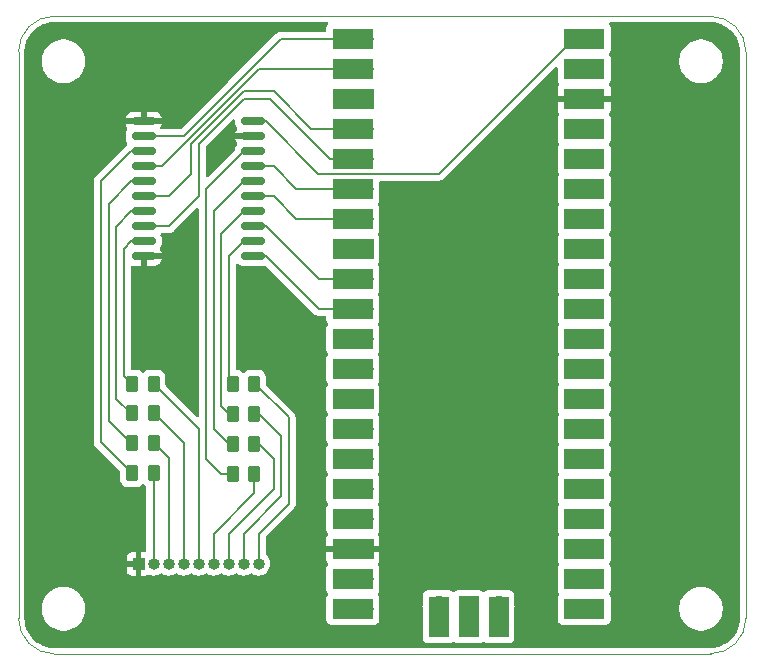
<source format=gtl>
%TF.GenerationSoftware,KiCad,Pcbnew,8.0.3-8.0.3-0~ubuntu22.04.1*%
%TF.CreationDate,2025-12-31T16:49:29+00:00*%
%TF.ProjectId,pixelpusher,70697865-6c70-4757-9368-65722e6b6963,rev?*%
%TF.SameCoordinates,Original*%
%TF.FileFunction,Copper,L1,Top*%
%TF.FilePolarity,Positive*%
%FSLAX46Y46*%
G04 Gerber Fmt 4.6, Leading zero omitted, Abs format (unit mm)*
G04 Created by KiCad (PCBNEW 8.0.3-8.0.3-0~ubuntu22.04.1) date 2025-12-31 16:49:29*
%MOMM*%
%LPD*%
G01*
G04 APERTURE LIST*
G04 Aperture macros list*
%AMRoundRect*
0 Rectangle with rounded corners*
0 $1 Rounding radius*
0 $2 $3 $4 $5 $6 $7 $8 $9 X,Y pos of 4 corners*
0 Add a 4 corners polygon primitive as box body*
4,1,4,$2,$3,$4,$5,$6,$7,$8,$9,$2,$3,0*
0 Add four circle primitives for the rounded corners*
1,1,$1+$1,$2,$3*
1,1,$1+$1,$4,$5*
1,1,$1+$1,$6,$7*
1,1,$1+$1,$8,$9*
0 Add four rect primitives between the rounded corners*
20,1,$1+$1,$2,$3,$4,$5,0*
20,1,$1+$1,$4,$5,$6,$7,0*
20,1,$1+$1,$6,$7,$8,$9,0*
20,1,$1+$1,$8,$9,$2,$3,0*%
G04 Aperture macros list end*
%TA.AperFunction,SMDPad,CuDef*%
%ADD10RoundRect,0.250000X-0.262500X-0.450000X0.262500X-0.450000X0.262500X0.450000X-0.262500X0.450000X0*%
%TD*%
%TA.AperFunction,ComponentPad*%
%ADD11O,1.700000X1.700000*%
%TD*%
%TA.AperFunction,SMDPad,CuDef*%
%ADD12R,3.500000X1.700000*%
%TD*%
%TA.AperFunction,ComponentPad*%
%ADD13R,1.700000X1.700000*%
%TD*%
%TA.AperFunction,SMDPad,CuDef*%
%ADD14R,1.700000X3.500000*%
%TD*%
%TA.AperFunction,SMDPad,CuDef*%
%ADD15RoundRect,0.150000X-0.875000X-0.150000X0.875000X-0.150000X0.875000X0.150000X-0.875000X0.150000X0*%
%TD*%
%TA.AperFunction,ComponentPad*%
%ADD16R,1.000000X1.000000*%
%TD*%
%TA.AperFunction,ComponentPad*%
%ADD17O,1.000000X1.000000*%
%TD*%
%TA.AperFunction,ViaPad*%
%ADD18C,0.600000*%
%TD*%
%TA.AperFunction,Conductor*%
%ADD19C,0.200000*%
%TD*%
%TA.AperFunction,Profile*%
%ADD20C,0.050000*%
%TD*%
G04 APERTURE END LIST*
D10*
%TO.P,R1,1*%
%TO.N,Net-(U2-1Y0)*%
X148947500Y-123190000D03*
%TO.P,R1,2*%
%TO.N,Net-(J1-Pin_6)*%
X150772500Y-123190000D03*
%TD*%
%TO.P,R7,1*%
%TO.N,Net-(U2-2Y2)*%
X140415000Y-118070000D03*
%TO.P,R7,2*%
%TO.N,Net-(J1-Pin_4)*%
X142240000Y-118070000D03*
%TD*%
%TO.P,R6,1*%
%TO.N,Net-(U2-2Y1)*%
X140415000Y-120610000D03*
%TO.P,R6,2*%
%TO.N,Net-(J1-Pin_3)*%
X142240000Y-120610000D03*
%TD*%
%TO.P,R2,1*%
%TO.N,Net-(U2-1Y1)*%
X148947500Y-120650000D03*
%TO.P,R2,2*%
%TO.N,Net-(J1-Pin_7)*%
X150772500Y-120650000D03*
%TD*%
%TO.P,R5,1*%
%TO.N,Net-(U2-2Y0)*%
X140415000Y-123150000D03*
%TO.P,R5,2*%
%TO.N,Net-(J1-Pin_2)*%
X142240000Y-123150000D03*
%TD*%
D11*
%TO.P,U1,1,GPIO0*%
%TO.N,Net-(U1-GPIO0)*%
X160020000Y-86360000D03*
D12*
X159120000Y-86360000D03*
D11*
%TO.P,U1,2,GPIO1*%
%TO.N,Net-(U1-GPIO1)*%
X160020000Y-88900000D03*
D12*
X159120000Y-88900000D03*
D13*
%TO.P,U1,3,GND*%
%TO.N,unconnected-(U1-GND-Pad3)*%
X160020000Y-91440000D03*
D12*
X159120000Y-91440000D03*
D11*
%TO.P,U1,4,GPIO2*%
%TO.N,Net-(U1-GPIO2)*%
X160020000Y-93980000D03*
D12*
X159120000Y-93980000D03*
D11*
%TO.P,U1,5,GPIO3*%
%TO.N,Net-(U1-GPIO3)*%
X160020000Y-96520000D03*
D12*
X159120000Y-96520000D03*
D11*
%TO.P,U1,6,GPIO4*%
%TO.N,Net-(U1-GPIO4)*%
X160020000Y-99060000D03*
D12*
X159120000Y-99060000D03*
D11*
%TO.P,U1,7,GPIO5*%
%TO.N,Net-(U1-GPIO5)*%
X160020000Y-101600000D03*
D12*
X159120000Y-101600000D03*
D13*
%TO.P,U1,8,GND*%
%TO.N,unconnected-(U1-GND-Pad8)*%
X160020000Y-104140000D03*
D12*
X159120000Y-104140000D03*
D11*
%TO.P,U1,9,GPIO6*%
%TO.N,Net-(U1-GPIO6)*%
X160020000Y-106680000D03*
D12*
X159120000Y-106680000D03*
D11*
%TO.P,U1,10,GPIO7*%
%TO.N,Net-(U1-GPIO7)*%
X160020000Y-109220000D03*
D12*
X159120000Y-109220000D03*
D11*
%TO.P,U1,11,GPIO8*%
%TO.N,unconnected-(U1-GPIO8-Pad11)*%
X160020000Y-111760000D03*
D12*
X159120000Y-111760000D03*
D11*
%TO.P,U1,12,GPIO9*%
%TO.N,unconnected-(U1-GPIO9-Pad12)*%
X160020000Y-114300000D03*
D12*
X159120000Y-114300000D03*
D13*
%TO.P,U1,13,GND*%
%TO.N,unconnected-(U1-GND-Pad13)*%
X160020000Y-116840000D03*
D12*
X159120000Y-116840000D03*
D11*
%TO.P,U1,14,GPIO10*%
%TO.N,unconnected-(U1-GPIO10-Pad14)*%
X160020000Y-119380000D03*
D12*
X159120000Y-119380000D03*
D11*
%TO.P,U1,15,GPIO11*%
%TO.N,unconnected-(U1-GPIO11-Pad15)*%
X160020000Y-121920000D03*
D12*
X159120000Y-121920000D03*
D11*
%TO.P,U1,16,GPIO12*%
%TO.N,unconnected-(U1-GPIO12-Pad16)*%
X160020000Y-124460000D03*
D12*
X159120000Y-124460000D03*
D11*
%TO.P,U1,17,GPIO13*%
%TO.N,unconnected-(U1-GPIO13-Pad17)*%
X160020000Y-127000000D03*
D12*
X159120000Y-127000000D03*
D13*
%TO.P,U1,18,GND*%
%TO.N,GND*%
X160020000Y-129540000D03*
D12*
X159120000Y-129540000D03*
D11*
%TO.P,U1,19,GPIO14*%
%TO.N,unconnected-(U1-GPIO14-Pad19)*%
X160020000Y-132080000D03*
D12*
X159120000Y-132080000D03*
D11*
%TO.P,U1,20,GPIO15*%
%TO.N,unconnected-(U1-GPIO15-Pad20)*%
X160020000Y-134620000D03*
D12*
X159120000Y-134620000D03*
D11*
%TO.P,U1,21,GPIO16*%
%TO.N,unconnected-(U1-GPIO16-Pad21)*%
X177800000Y-134620000D03*
D12*
X178700000Y-134620000D03*
D11*
%TO.P,U1,22,GPIO17*%
%TO.N,unconnected-(U1-GPIO17-Pad22)*%
X177800000Y-132080000D03*
D12*
X178700000Y-132080000D03*
D13*
%TO.P,U1,23,GND*%
%TO.N,unconnected-(U1-GND-Pad23)*%
X177800000Y-129540000D03*
D12*
X178700000Y-129540000D03*
D11*
%TO.P,U1,24,GPIO18*%
%TO.N,unconnected-(U1-GPIO18-Pad24)*%
X177800000Y-127000000D03*
D12*
X178700000Y-127000000D03*
D11*
%TO.P,U1,25,GPIO19*%
%TO.N,unconnected-(U1-GPIO19-Pad25)*%
X177800000Y-124460000D03*
D12*
X178700000Y-124460000D03*
D11*
%TO.P,U1,26,GPIO20*%
%TO.N,unconnected-(U1-GPIO20-Pad26)*%
X177800000Y-121920000D03*
D12*
X178700000Y-121920000D03*
D11*
%TO.P,U1,27,GPIO21*%
%TO.N,unconnected-(U1-GPIO21-Pad27)*%
X177800000Y-119380000D03*
D12*
X178700000Y-119380000D03*
D13*
%TO.P,U1,28,GND*%
%TO.N,unconnected-(U1-GND-Pad28)*%
X177800000Y-116840000D03*
D12*
X178700000Y-116840000D03*
D11*
%TO.P,U1,29,GPIO22*%
%TO.N,unconnected-(U1-GPIO22-Pad29)*%
X177800000Y-114300000D03*
D12*
X178700000Y-114300000D03*
D11*
%TO.P,U1,30,RUN*%
%TO.N,unconnected-(U1-RUN-Pad30)*%
X177800000Y-111760000D03*
D12*
X178700000Y-111760000D03*
D11*
%TO.P,U1,31,GPIO26_ADC0*%
%TO.N,unconnected-(U1-GPIO26_ADC0-Pad31)*%
X177800000Y-109220000D03*
D12*
X178700000Y-109220000D03*
D11*
%TO.P,U1,32,GPIO27_ADC1*%
%TO.N,unconnected-(U1-GPIO27_ADC1-Pad32)*%
X177800000Y-106680000D03*
D12*
X178700000Y-106680000D03*
D13*
%TO.P,U1,33,AGND*%
%TO.N,unconnected-(U1-AGND-Pad33)*%
X177800000Y-104140000D03*
D12*
X178700000Y-104140000D03*
D11*
%TO.P,U1,34,GPIO28_ADC2*%
%TO.N,unconnected-(U1-GPIO28_ADC2-Pad34)*%
X177800000Y-101600000D03*
D12*
X178700000Y-101600000D03*
D11*
%TO.P,U1,35,ADC_VREF*%
%TO.N,unconnected-(U1-ADC_VREF-Pad35)*%
X177800000Y-99060000D03*
D12*
X178700000Y-99060000D03*
D11*
%TO.P,U1,36,3V3*%
%TO.N,unconnected-(U1-3V3-Pad36)*%
X177800000Y-96520000D03*
D12*
X178700000Y-96520000D03*
D11*
%TO.P,U1,37,3V3_EN*%
%TO.N,unconnected-(U1-3V3_EN-Pad37)*%
X177800000Y-93980000D03*
D12*
X178700000Y-93980000D03*
D13*
%TO.P,U1,38,GND*%
%TO.N,GND*%
X177800000Y-91440000D03*
D12*
X178700000Y-91440000D03*
D11*
%TO.P,U1,39,VSYS*%
%TO.N,unconnected-(U1-VSYS-Pad39)*%
X177800000Y-88900000D03*
D12*
X178700000Y-88900000D03*
D11*
%TO.P,U1,40,VBUS*%
%TO.N,VCC*%
X177800000Y-86360000D03*
D12*
X178700000Y-86360000D03*
D11*
%TO.P,U1,41,SWCLK*%
%TO.N,unconnected-(U1-SWCLK-Pad41)*%
X166370000Y-134390000D03*
D14*
X166370000Y-135290000D03*
D13*
%TO.P,U1,42,GND*%
%TO.N,unconnected-(U1-GND-Pad42)*%
X168910000Y-134390000D03*
D14*
X168910000Y-135290000D03*
D11*
%TO.P,U1,43,SWDIO*%
%TO.N,unconnected-(U1-SWDIO-Pad43)*%
X171450000Y-134390000D03*
D14*
X171450000Y-135290000D03*
%TD*%
D10*
%TO.P,R8,1*%
%TO.N,Net-(U2-2Y3)*%
X140415000Y-115570000D03*
%TO.P,R8,2*%
%TO.N,Net-(J1-Pin_5)*%
X142240000Y-115570000D03*
%TD*%
%TO.P,R4,1*%
%TO.N,Net-(U2-1Y3)*%
X148947500Y-115570000D03*
%TO.P,R4,2*%
%TO.N,Net-(J1-Pin_9)*%
X150772500Y-115570000D03*
%TD*%
%TO.P,R3,1*%
%TO.N,Net-(U2-1Y2)*%
X148947500Y-118110000D03*
%TO.P,R3,2*%
%TO.N,Net-(J1-Pin_8)*%
X150772500Y-118110000D03*
%TD*%
D15*
%TO.P,U2,1,1OE*%
%TO.N,GND*%
X141400000Y-93345000D03*
%TO.P,U2,2,1A0*%
%TO.N,Net-(U1-GPIO0)*%
X141400000Y-94615000D03*
%TO.P,U2,3,2Y0*%
%TO.N,Net-(U2-2Y0)*%
X141400000Y-95885000D03*
%TO.P,U2,4,1A1*%
%TO.N,Net-(U1-GPIO1)*%
X141400000Y-97155000D03*
%TO.P,U2,5,2Y1*%
%TO.N,Net-(U2-2Y1)*%
X141400000Y-98425000D03*
%TO.P,U2,6,1A2*%
%TO.N,Net-(U1-GPIO2)*%
X141400000Y-99695000D03*
%TO.P,U2,7,2Y2*%
%TO.N,Net-(U2-2Y2)*%
X141400000Y-100965000D03*
%TO.P,U2,8,1A3*%
%TO.N,Net-(U1-GPIO3)*%
X141400000Y-102235000D03*
%TO.P,U2,9,2Y3*%
%TO.N,Net-(U2-2Y3)*%
X141400000Y-103505000D03*
%TO.P,U2,10,GND*%
%TO.N,GND*%
X141400000Y-104775000D03*
%TO.P,U2,11,2A3*%
%TO.N,Net-(U1-GPIO7)*%
X150700000Y-104775000D03*
%TO.P,U2,12,1Y3*%
%TO.N,Net-(U2-1Y3)*%
X150700000Y-103505000D03*
%TO.P,U2,13,2A2*%
%TO.N,Net-(U1-GPIO6)*%
X150700000Y-102235000D03*
%TO.P,U2,14,1Y2*%
%TO.N,Net-(U2-1Y2)*%
X150700000Y-100965000D03*
%TO.P,U2,15,2A1*%
%TO.N,Net-(U1-GPIO5)*%
X150700000Y-99695000D03*
%TO.P,U2,16,1Y1*%
%TO.N,Net-(U2-1Y1)*%
X150700000Y-98425000D03*
%TO.P,U2,17,2A0*%
%TO.N,Net-(U1-GPIO4)*%
X150700000Y-97155000D03*
%TO.P,U2,18,1Y0*%
%TO.N,Net-(U2-1Y0)*%
X150700000Y-95885000D03*
%TO.P,U2,19,2OE*%
%TO.N,GND*%
X150700000Y-94615000D03*
%TO.P,U2,20,VCC*%
%TO.N,VCC*%
X150700000Y-93345000D03*
%TD*%
D16*
%TO.P,J1,1,Pin_1*%
%TO.N,GND*%
X140970000Y-130810000D03*
D17*
%TO.P,J1,2,Pin_2*%
%TO.N,Net-(J1-Pin_2)*%
X142240000Y-130810000D03*
%TO.P,J1,3,Pin_3*%
%TO.N,Net-(J1-Pin_3)*%
X143510000Y-130810000D03*
%TO.P,J1,4,Pin_4*%
%TO.N,Net-(J1-Pin_4)*%
X144780000Y-130810000D03*
%TO.P,J1,5,Pin_5*%
%TO.N,Net-(J1-Pin_5)*%
X146050000Y-130810000D03*
%TO.P,J1,6,Pin_6*%
%TO.N,Net-(J1-Pin_6)*%
X147320000Y-130810000D03*
%TO.P,J1,7,Pin_7*%
%TO.N,Net-(J1-Pin_7)*%
X148590000Y-130810000D03*
%TO.P,J1,8,Pin_8*%
%TO.N,Net-(J1-Pin_8)*%
X149860000Y-130810000D03*
%TO.P,J1,9,Pin_9*%
%TO.N,Net-(J1-Pin_9)*%
X151130000Y-130810000D03*
%TD*%
D18*
%TO.N,GND*%
X143510000Y-104775000D03*
X148590000Y-94615000D03*
%TD*%
D19*
%TO.N,Net-(J1-Pin_6)*%
X147320000Y-128270000D02*
X150772500Y-124817500D01*
X150772500Y-124817500D02*
X150772500Y-123190000D01*
X147320000Y-130810000D02*
X147320000Y-128270000D01*
%TO.N,Net-(J1-Pin_5)*%
X146050000Y-119380000D02*
X142240000Y-115570000D01*
X146050000Y-130810000D02*
X146050000Y-119380000D01*
%TO.N,Net-(J1-Pin_4)*%
X142240000Y-118070000D02*
X144780000Y-120610000D01*
X144780000Y-120610000D02*
X144780000Y-130810000D01*
%TO.N,GND*%
X157480000Y-129540000D02*
X160020000Y-129540000D01*
X141400000Y-93345000D02*
X140375001Y-93345000D01*
%TO.N,Net-(J1-Pin_7)*%
X148590000Y-128270000D02*
X152400000Y-124460000D01*
X152400000Y-124460000D02*
X152400000Y-121920000D01*
X152400000Y-121920000D02*
X151130000Y-120650000D01*
X151130000Y-120650000D02*
X150772500Y-120650000D01*
X148590000Y-130810000D02*
X148590000Y-128270000D01*
%TO.N,Net-(J1-Pin_3)*%
X142240000Y-120610000D02*
X143510000Y-121880000D01*
X143510000Y-121880000D02*
X143510000Y-130810000D01*
%TO.N,Net-(J1-Pin_8)*%
X153035000Y-125095000D02*
X153035000Y-120015000D01*
X149860000Y-128270000D02*
X153035000Y-125095000D01*
X151130000Y-118110000D02*
X150772500Y-118110000D01*
X149860000Y-130810000D02*
X149860000Y-128270000D01*
X153035000Y-120015000D02*
X151130000Y-118110000D01*
%TO.N,Net-(J1-Pin_2)*%
X142240000Y-123150000D02*
X142240000Y-130810000D01*
%TO.N,Net-(J1-Pin_9)*%
X153670000Y-125730000D02*
X153670000Y-118427500D01*
X150812500Y-115570000D02*
X150772500Y-115570000D01*
X151130000Y-128270000D02*
X153670000Y-125730000D01*
X153670000Y-118427500D02*
X150812500Y-115570000D01*
X151130000Y-130810000D02*
X151130000Y-128270000D01*
%TO.N,Net-(U2-1Y0)*%
X149860000Y-95885000D02*
X150700000Y-95885000D01*
X148947500Y-123190000D02*
X147955000Y-123190000D01*
X146685000Y-99060000D02*
X149860000Y-95885000D01*
X147955000Y-123190000D02*
X146685000Y-121920000D01*
X146685000Y-121920000D02*
X146685000Y-99060000D01*
%TO.N,Net-(U2-1Y1)*%
X148947500Y-120650000D02*
X148590000Y-120650000D01*
X148590000Y-120650000D02*
X147320000Y-119380000D01*
X149860000Y-98425000D02*
X150700000Y-98425000D01*
X147320000Y-100965000D02*
X149860000Y-98425000D01*
X147320000Y-119380000D02*
X147320000Y-100965000D01*
%TO.N,Net-(U2-1Y2)*%
X147955000Y-117475000D02*
X147955000Y-102870000D01*
X148590000Y-118110000D02*
X147955000Y-117475000D01*
X147955000Y-102870000D02*
X149860000Y-100965000D01*
X149860000Y-100965000D02*
X150700000Y-100965000D01*
X148947500Y-118110000D02*
X148590000Y-118110000D01*
%TO.N,Net-(U2-1Y3)*%
X148590000Y-115212500D02*
X148947500Y-115570000D01*
X150700000Y-103505000D02*
X149860000Y-103505000D01*
X148590000Y-104775000D02*
X148590000Y-115212500D01*
X149860000Y-103505000D02*
X148590000Y-104775000D01*
%TO.N,Net-(U2-2Y0)*%
X140335000Y-95885000D02*
X141400000Y-95885000D01*
X137795000Y-98425000D02*
X140335000Y-95885000D01*
X140415000Y-123150000D02*
X137795000Y-120530000D01*
X137795000Y-120530000D02*
X137795000Y-98425000D01*
%TO.N,Net-(U2-2Y1)*%
X138430000Y-118745000D02*
X138430000Y-100370001D01*
X138430000Y-100370001D02*
X140375001Y-98425000D01*
X140375001Y-98425000D02*
X141400000Y-98425000D01*
X140415000Y-120610000D02*
X140295000Y-120610000D01*
X140295000Y-120610000D02*
X138430000Y-118745000D01*
%TO.N,Net-(U2-2Y2)*%
X140295000Y-118070000D02*
X139065000Y-116840000D01*
X140415000Y-118070000D02*
X140295000Y-118070000D01*
X140375001Y-100965000D02*
X141400000Y-100965000D01*
X139065000Y-116840000D02*
X139065000Y-102275001D01*
X139065000Y-102275001D02*
X140375001Y-100965000D01*
%TO.N,Net-(U2-2Y3)*%
X140415000Y-115570000D02*
X139780000Y-114935000D01*
X140375001Y-103505000D02*
X141400000Y-103505000D01*
X139780000Y-114935000D02*
X139700000Y-114935000D01*
X139700000Y-114935000D02*
X139700000Y-104180001D01*
X139700000Y-104180001D02*
X140375001Y-103505000D01*
%TO.N,Net-(U1-GPIO4)*%
X152400000Y-97155000D02*
X154305000Y-99060000D01*
X150700000Y-97155000D02*
X152400000Y-97155000D01*
X154305000Y-99060000D02*
X160020000Y-99060000D01*
%TO.N,Net-(U1-GPIO1)*%
X160020000Y-88900000D02*
X151199314Y-88900000D01*
X151199314Y-88900000D02*
X142944314Y-97155000D01*
X142944314Y-97155000D02*
X141400000Y-97155000D01*
%TO.N,VCC*%
X156169999Y-97790000D02*
X166370000Y-97790000D01*
X150700000Y-93345000D02*
X151724999Y-93345000D01*
X166370000Y-97790000D02*
X177800000Y-86360000D01*
X151724999Y-93345000D02*
X156169999Y-97790000D01*
%TO.N,Net-(U1-GPIO5)*%
X150700000Y-99695000D02*
X152400000Y-99695000D01*
X154305000Y-101600000D02*
X160020000Y-101600000D01*
X152400000Y-99695000D02*
X154305000Y-101600000D01*
%TO.N,Net-(U1-GPIO0)*%
X153035000Y-86360000D02*
X144780000Y-94615000D01*
X160020000Y-86360000D02*
X153035000Y-86360000D01*
X144780000Y-94615000D02*
X141400000Y-94615000D01*
%TO.N,Net-(U1-GPIO2)*%
X155575000Y-93980000D02*
X152400000Y-90805000D01*
X145415000Y-95250000D02*
X145415000Y-97790000D01*
X149860000Y-90805000D02*
X145415000Y-95250000D01*
X152400000Y-90805000D02*
X149860000Y-90805000D01*
X145415000Y-97790000D02*
X143510000Y-99695000D01*
X143510000Y-99695000D02*
X141400000Y-99695000D01*
X160020000Y-93980000D02*
X155575000Y-93980000D01*
%TO.N,Net-(U1-GPIO3)*%
X157162500Y-96520000D02*
X152082500Y-91440000D01*
X143510000Y-102235000D02*
X141400000Y-102235000D01*
X160020000Y-96520000D02*
X157162500Y-96520000D01*
X146050000Y-95250000D02*
X146050000Y-99695000D01*
X146050000Y-99695000D02*
X143510000Y-102235000D01*
X149860000Y-91440000D02*
X146050000Y-95250000D01*
X152082500Y-91440000D02*
X149860000Y-91440000D01*
%TO.N,Net-(U1-GPIO7)*%
X156210000Y-109220000D02*
X160020000Y-109220000D01*
X150700000Y-104775000D02*
X151765000Y-104775000D01*
X151765000Y-104775000D02*
X156210000Y-109220000D01*
%TO.N,Net-(U1-GPIO6)*%
X156210000Y-106680000D02*
X160020000Y-106680000D01*
X150700000Y-102235000D02*
X151765000Y-102235000D01*
X151765000Y-102235000D02*
X156210000Y-106680000D01*
%TD*%
%TA.AperFunction,Conductor*%
%TO.N,GND*%
G36*
X156979211Y-84975185D02*
G01*
X157024966Y-85027989D01*
X157034910Y-85097147D01*
X157011438Y-85153811D01*
X156926206Y-85267664D01*
X156926202Y-85267671D01*
X156875908Y-85402517D01*
X156870149Y-85456087D01*
X156869501Y-85462123D01*
X156869500Y-85462135D01*
X156869500Y-85635500D01*
X156849815Y-85702539D01*
X156797011Y-85748294D01*
X156745500Y-85759500D01*
X153121669Y-85759500D01*
X153121653Y-85759499D01*
X153114057Y-85759499D01*
X152955943Y-85759499D01*
X152848587Y-85788265D01*
X152803210Y-85800424D01*
X152803209Y-85800425D01*
X152753096Y-85829359D01*
X152753095Y-85829360D01*
X152709689Y-85854420D01*
X152666285Y-85879479D01*
X152666282Y-85879481D01*
X152589226Y-85956538D01*
X152554480Y-85991284D01*
X152554478Y-85991286D01*
X148546468Y-89999297D01*
X144567584Y-93978181D01*
X144506261Y-94011666D01*
X144479903Y-94014500D01*
X142940326Y-94014500D01*
X142873287Y-93994815D01*
X142827532Y-93942011D01*
X142817588Y-93872853D01*
X142833594Y-93827379D01*
X142876281Y-93755198D01*
X142922100Y-93597486D01*
X142922295Y-93595001D01*
X142922295Y-93595000D01*
X139877705Y-93595000D01*
X139877704Y-93595001D01*
X139877899Y-93597486D01*
X139923718Y-93755198D01*
X140007314Y-93896552D01*
X140012100Y-93902722D01*
X140009640Y-93904629D01*
X140036210Y-93953288D01*
X140031226Y-94022980D01*
X140010162Y-94055781D01*
X140011699Y-94056974D01*
X140006915Y-94063140D01*
X139923255Y-94204603D01*
X139923254Y-94204606D01*
X139877402Y-94362426D01*
X139877401Y-94362432D01*
X139874500Y-94399298D01*
X139874500Y-94830701D01*
X139877401Y-94867567D01*
X139877402Y-94867573D01*
X139923254Y-95025393D01*
X139923255Y-95025396D01*
X140006917Y-95166862D01*
X140011702Y-95173031D01*
X140009256Y-95174927D01*
X140035857Y-95223642D01*
X140030873Y-95293334D01*
X140010070Y-95325702D01*
X140011702Y-95326968D01*
X140006921Y-95333131D01*
X139970443Y-95394811D01*
X139951394Y-95419369D01*
X139854480Y-95516284D01*
X139854479Y-95516283D01*
X139854478Y-95516286D01*
X137314481Y-98056282D01*
X137314477Y-98056287D01*
X137295978Y-98088331D01*
X137295977Y-98088333D01*
X137235423Y-98193215D01*
X137194499Y-98345943D01*
X137194499Y-98345945D01*
X137194499Y-98514046D01*
X137194500Y-98514059D01*
X137194500Y-120443330D01*
X137194499Y-120443348D01*
X137194499Y-120609054D01*
X137194498Y-120609054D01*
X137235423Y-120761785D01*
X137264358Y-120811900D01*
X137264359Y-120811904D01*
X137264360Y-120811904D01*
X137314479Y-120898714D01*
X137314481Y-120898717D01*
X137433349Y-121017585D01*
X137433355Y-121017590D01*
X139365681Y-122949917D01*
X139399166Y-123011240D01*
X139402000Y-123037598D01*
X139402000Y-123650001D01*
X139402001Y-123650019D01*
X139412500Y-123752796D01*
X139412501Y-123752799D01*
X139434113Y-123818018D01*
X139467686Y-123919334D01*
X139559788Y-124068656D01*
X139683844Y-124192712D01*
X139833166Y-124284814D01*
X139999703Y-124339999D01*
X140102491Y-124350500D01*
X140727508Y-124350499D01*
X140727516Y-124350498D01*
X140727519Y-124350498D01*
X140805745Y-124342507D01*
X140830297Y-124339999D01*
X140996834Y-124284814D01*
X141146156Y-124192712D01*
X141239819Y-124099049D01*
X141301142Y-124065564D01*
X141370834Y-124070548D01*
X141415181Y-124099049D01*
X141508844Y-124192712D01*
X141580596Y-124236968D01*
X141627321Y-124288915D01*
X141639500Y-124342507D01*
X141639500Y-129686000D01*
X141619815Y-129753039D01*
X141567011Y-129798794D01*
X141515500Y-129810000D01*
X141220000Y-129810000D01*
X141220000Y-130600382D01*
X141169554Y-130549936D01*
X141095445Y-130507149D01*
X141012787Y-130485000D01*
X140927213Y-130485000D01*
X140844555Y-130507149D01*
X140770446Y-130549936D01*
X140709936Y-130610446D01*
X140667149Y-130684555D01*
X140645000Y-130767213D01*
X140645000Y-130852787D01*
X140667149Y-130935445D01*
X140709936Y-131009554D01*
X140770446Y-131070064D01*
X140844555Y-131112851D01*
X140927213Y-131135000D01*
X141012787Y-131135000D01*
X141095445Y-131112851D01*
X141169554Y-131070064D01*
X141220000Y-131019618D01*
X141220000Y-131810000D01*
X141517828Y-131810000D01*
X141517844Y-131809999D01*
X141577372Y-131803598D01*
X141577376Y-131803597D01*
X141712089Y-131753351D01*
X141719890Y-131747512D01*
X141785353Y-131723091D01*
X141849529Y-131736751D01*
X141849641Y-131736482D01*
X141851100Y-131737086D01*
X141852663Y-131737419D01*
X141855273Y-131738814D01*
X142043868Y-131796024D01*
X142240000Y-131815341D01*
X142436132Y-131796024D01*
X142624727Y-131738814D01*
X142798538Y-131645910D01*
X142798544Y-131645904D01*
X142803607Y-131642523D01*
X142804703Y-131644164D01*
X142860639Y-131620405D01*
X142929507Y-131632194D01*
X142946148Y-131642888D01*
X142946393Y-131642523D01*
X142951458Y-131645907D01*
X142951462Y-131645910D01*
X143125273Y-131738814D01*
X143313868Y-131796024D01*
X143510000Y-131815341D01*
X143706132Y-131796024D01*
X143894727Y-131738814D01*
X144068538Y-131645910D01*
X144068544Y-131645904D01*
X144073607Y-131642523D01*
X144074703Y-131644164D01*
X144130639Y-131620405D01*
X144199507Y-131632194D01*
X144216148Y-131642888D01*
X144216393Y-131642523D01*
X144221458Y-131645907D01*
X144221462Y-131645910D01*
X144395273Y-131738814D01*
X144583868Y-131796024D01*
X144780000Y-131815341D01*
X144976132Y-131796024D01*
X145164727Y-131738814D01*
X145338538Y-131645910D01*
X145338544Y-131645904D01*
X145343607Y-131642523D01*
X145344703Y-131644164D01*
X145400639Y-131620405D01*
X145469507Y-131632194D01*
X145486148Y-131642888D01*
X145486393Y-131642523D01*
X145491458Y-131645907D01*
X145491462Y-131645910D01*
X145665273Y-131738814D01*
X145853868Y-131796024D01*
X146050000Y-131815341D01*
X146246132Y-131796024D01*
X146434727Y-131738814D01*
X146608538Y-131645910D01*
X146608544Y-131645904D01*
X146613607Y-131642523D01*
X146614703Y-131644164D01*
X146670639Y-131620405D01*
X146739507Y-131632194D01*
X146756148Y-131642888D01*
X146756393Y-131642523D01*
X146761458Y-131645907D01*
X146761462Y-131645910D01*
X146935273Y-131738814D01*
X147123868Y-131796024D01*
X147320000Y-131815341D01*
X147516132Y-131796024D01*
X147704727Y-131738814D01*
X147878538Y-131645910D01*
X147878544Y-131645904D01*
X147883607Y-131642523D01*
X147884703Y-131644164D01*
X147940639Y-131620405D01*
X148009507Y-131632194D01*
X148026148Y-131642888D01*
X148026393Y-131642523D01*
X148031458Y-131645907D01*
X148031462Y-131645910D01*
X148205273Y-131738814D01*
X148393868Y-131796024D01*
X148590000Y-131815341D01*
X148786132Y-131796024D01*
X148974727Y-131738814D01*
X149148538Y-131645910D01*
X149148544Y-131645904D01*
X149153607Y-131642523D01*
X149154703Y-131644164D01*
X149210639Y-131620405D01*
X149279507Y-131632194D01*
X149296148Y-131642888D01*
X149296393Y-131642523D01*
X149301458Y-131645907D01*
X149301462Y-131645910D01*
X149475273Y-131738814D01*
X149663868Y-131796024D01*
X149860000Y-131815341D01*
X150056132Y-131796024D01*
X150244727Y-131738814D01*
X150418538Y-131645910D01*
X150418544Y-131645904D01*
X150423607Y-131642523D01*
X150424703Y-131644164D01*
X150480639Y-131620405D01*
X150549507Y-131632194D01*
X150566148Y-131642888D01*
X150566393Y-131642523D01*
X150571458Y-131645907D01*
X150571462Y-131645910D01*
X150745273Y-131738814D01*
X150933868Y-131796024D01*
X151130000Y-131815341D01*
X151326132Y-131796024D01*
X151514727Y-131738814D01*
X151688538Y-131645910D01*
X151840883Y-131520883D01*
X151965910Y-131368538D01*
X152058814Y-131194727D01*
X152116024Y-131006132D01*
X152135341Y-130810000D01*
X152116024Y-130613868D01*
X152058814Y-130425273D01*
X152058811Y-130425269D01*
X152058811Y-130425266D01*
X151965913Y-130251467D01*
X151965909Y-130251460D01*
X151840887Y-130099122D01*
X151840883Y-130099117D01*
X151775832Y-130045730D01*
X151736500Y-129987987D01*
X151730500Y-129949880D01*
X151730500Y-128570096D01*
X151750185Y-128503057D01*
X151766814Y-128482420D01*
X154028506Y-126220727D01*
X154028511Y-126220724D01*
X154038714Y-126210520D01*
X154038716Y-126210520D01*
X154150520Y-126098716D01*
X154229577Y-125961784D01*
X154268731Y-125815659D01*
X154270500Y-125809058D01*
X154270500Y-125650943D01*
X154270500Y-118348443D01*
X154248003Y-118264481D01*
X154229577Y-118195715D01*
X154193828Y-118133796D01*
X154193828Y-118133795D01*
X154150524Y-118058790D01*
X154150521Y-118058786D01*
X154150520Y-118058784D01*
X154038716Y-117946980D01*
X154038715Y-117946979D01*
X154034385Y-117942649D01*
X154034374Y-117942639D01*
X151821818Y-115730083D01*
X151788333Y-115668760D01*
X151785499Y-115642402D01*
X151785499Y-115069998D01*
X151785498Y-115069981D01*
X151774999Y-114967203D01*
X151774998Y-114967200D01*
X151719814Y-114800666D01*
X151627712Y-114651344D01*
X151503656Y-114527288D01*
X151354334Y-114435186D01*
X151187797Y-114380001D01*
X151187795Y-114380000D01*
X151085010Y-114369500D01*
X150459998Y-114369500D01*
X150459980Y-114369501D01*
X150357203Y-114380000D01*
X150357200Y-114380001D01*
X150190668Y-114435185D01*
X150190663Y-114435187D01*
X150041342Y-114527289D01*
X149947681Y-114620951D01*
X149886358Y-114654436D01*
X149816666Y-114649452D01*
X149772319Y-114620951D01*
X149678657Y-114527289D01*
X149678656Y-114527288D01*
X149529334Y-114435186D01*
X149362797Y-114380001D01*
X149362794Y-114380000D01*
X149301897Y-114373779D01*
X149237205Y-114347382D01*
X149197054Y-114290201D01*
X149190500Y-114250421D01*
X149190500Y-105509809D01*
X149210185Y-105442770D01*
X149262989Y-105397015D01*
X149332147Y-105387071D01*
X149395703Y-105416096D01*
X149402181Y-105422128D01*
X149423129Y-105443076D01*
X149423133Y-105443079D01*
X149423135Y-105443081D01*
X149564602Y-105526744D01*
X149606224Y-105538836D01*
X149722426Y-105572597D01*
X149722429Y-105572597D01*
X149722431Y-105572598D01*
X149759306Y-105575500D01*
X149759314Y-105575500D01*
X151640686Y-105575500D01*
X151640694Y-105575500D01*
X151653762Y-105574471D01*
X151722138Y-105588834D01*
X151751173Y-105610408D01*
X155725139Y-109584374D01*
X155725149Y-109584385D01*
X155729479Y-109588715D01*
X155729480Y-109588716D01*
X155841284Y-109700520D01*
X155928095Y-109750639D01*
X155928097Y-109750641D01*
X155978213Y-109779576D01*
X155978215Y-109779577D01*
X156130942Y-109820500D01*
X156130943Y-109820500D01*
X156745501Y-109820500D01*
X156812540Y-109840185D01*
X156858295Y-109892989D01*
X156869501Y-109944500D01*
X156869501Y-110117876D01*
X156875908Y-110177483D01*
X156926202Y-110312328D01*
X156926203Y-110312330D01*
X157003578Y-110415689D01*
X157027995Y-110481153D01*
X157013144Y-110549426D01*
X157003578Y-110564311D01*
X156926203Y-110667669D01*
X156926202Y-110667671D01*
X156875908Y-110802517D01*
X156869501Y-110862116D01*
X156869501Y-110862123D01*
X156869500Y-110862135D01*
X156869500Y-112657870D01*
X156869501Y-112657876D01*
X156875908Y-112717483D01*
X156926202Y-112852328D01*
X156926203Y-112852330D01*
X157003578Y-112955689D01*
X157027995Y-113021153D01*
X157013144Y-113089426D01*
X157003578Y-113104311D01*
X156926203Y-113207669D01*
X156926202Y-113207671D01*
X156875908Y-113342517D01*
X156869501Y-113402116D01*
X156869501Y-113402123D01*
X156869500Y-113402135D01*
X156869500Y-115197870D01*
X156869501Y-115197876D01*
X156875908Y-115257483D01*
X156926202Y-115392328D01*
X156926203Y-115392330D01*
X157003578Y-115495689D01*
X157027995Y-115561153D01*
X157013144Y-115629426D01*
X157003578Y-115644311D01*
X156926203Y-115747669D01*
X156926202Y-115747671D01*
X156875908Y-115882517D01*
X156869501Y-115942116D01*
X156869501Y-115942123D01*
X156869500Y-115942135D01*
X156869500Y-117737870D01*
X156869501Y-117737876D01*
X156875908Y-117797483D01*
X156926202Y-117932328D01*
X156926203Y-117932330D01*
X157003578Y-118035689D01*
X157027995Y-118101153D01*
X157013144Y-118169426D01*
X157003578Y-118184311D01*
X156926203Y-118287669D01*
X156926202Y-118287671D01*
X156875908Y-118422517D01*
X156870668Y-118471261D01*
X156869501Y-118482123D01*
X156869500Y-118482135D01*
X156869500Y-120277870D01*
X156869501Y-120277876D01*
X156875908Y-120337483D01*
X156926202Y-120472328D01*
X156926203Y-120472330D01*
X157003578Y-120575689D01*
X157027995Y-120641153D01*
X157013144Y-120709426D01*
X157003578Y-120724311D01*
X156926203Y-120827669D01*
X156926202Y-120827671D01*
X156875908Y-120962517D01*
X156869988Y-121017585D01*
X156869501Y-121022123D01*
X156869500Y-121022135D01*
X156869500Y-122817870D01*
X156869501Y-122817876D01*
X156875908Y-122877483D01*
X156926202Y-123012328D01*
X156926203Y-123012330D01*
X157003578Y-123115689D01*
X157027995Y-123181153D01*
X157013144Y-123249426D01*
X157003578Y-123264311D01*
X156926203Y-123367669D01*
X156926202Y-123367671D01*
X156875908Y-123502517D01*
X156870332Y-123554385D01*
X156869501Y-123562123D01*
X156869500Y-123562135D01*
X156869500Y-125357870D01*
X156869501Y-125357876D01*
X156875908Y-125417483D01*
X156926202Y-125552328D01*
X156926203Y-125552330D01*
X157003578Y-125655689D01*
X157027995Y-125721153D01*
X157013144Y-125789426D01*
X157003578Y-125804311D01*
X156926203Y-125907669D01*
X156926202Y-125907671D01*
X156875908Y-126042517D01*
X156869501Y-126102116D01*
X156869501Y-126102123D01*
X156869500Y-126102135D01*
X156869500Y-127897870D01*
X156869501Y-127897876D01*
X156875908Y-127957483D01*
X156926202Y-128092328D01*
X156926206Y-128092335D01*
X157003889Y-128196105D01*
X157028307Y-128261569D01*
X157013456Y-128329842D01*
X157003890Y-128344727D01*
X156926647Y-128447910D01*
X156926645Y-128447913D01*
X156876403Y-128582620D01*
X156876401Y-128582627D01*
X156870000Y-128642155D01*
X156870000Y-129290000D01*
X159575440Y-129290000D01*
X159544755Y-129343147D01*
X159510000Y-129472857D01*
X159510000Y-129607143D01*
X159544755Y-129736853D01*
X159575440Y-129790000D01*
X156870000Y-129790000D01*
X156870000Y-130437844D01*
X156876401Y-130497372D01*
X156876403Y-130497379D01*
X156926645Y-130632086D01*
X156926646Y-130632088D01*
X157003890Y-130735272D01*
X157028307Y-130800736D01*
X157013456Y-130869009D01*
X157003890Y-130883894D01*
X156926204Y-130987669D01*
X156926202Y-130987671D01*
X156875908Y-131122517D01*
X156869501Y-131182116D01*
X156869501Y-131182123D01*
X156869500Y-131182135D01*
X156869500Y-132977870D01*
X156869501Y-132977876D01*
X156875908Y-133037483D01*
X156926202Y-133172328D01*
X156926203Y-133172330D01*
X157003578Y-133275689D01*
X157027995Y-133341153D01*
X157013144Y-133409426D01*
X157003578Y-133424311D01*
X156926203Y-133527669D01*
X156926202Y-133527671D01*
X156875908Y-133662517D01*
X156869501Y-133722116D01*
X156869501Y-133722123D01*
X156869500Y-133722135D01*
X156869500Y-135517870D01*
X156869501Y-135517876D01*
X156875908Y-135577483D01*
X156926202Y-135712328D01*
X156926206Y-135712335D01*
X157012452Y-135827544D01*
X157012455Y-135827547D01*
X157127664Y-135913793D01*
X157127671Y-135913797D01*
X157262517Y-135964091D01*
X157262516Y-135964091D01*
X157269444Y-135964835D01*
X157322127Y-135970500D01*
X159955611Y-135970499D01*
X159966419Y-135970971D01*
X160019999Y-135975659D01*
X160020000Y-135975659D01*
X160020001Y-135975659D01*
X160073580Y-135970971D01*
X160084388Y-135970499D01*
X160917871Y-135970499D01*
X160917872Y-135970499D01*
X160977483Y-135964091D01*
X161112331Y-135913796D01*
X161227546Y-135827546D01*
X161313796Y-135712331D01*
X161364091Y-135577483D01*
X161370500Y-135517873D01*
X161370499Y-134684383D01*
X161370971Y-134673576D01*
X161375659Y-134620000D01*
X161375659Y-134619999D01*
X161370971Y-134566421D01*
X161370499Y-134555613D01*
X161370499Y-134389997D01*
X165014341Y-134389997D01*
X165014341Y-134390001D01*
X165019028Y-134443574D01*
X165019500Y-134454381D01*
X165019500Y-137087870D01*
X165019501Y-137087876D01*
X165025908Y-137147483D01*
X165076202Y-137282328D01*
X165076206Y-137282335D01*
X165162452Y-137397544D01*
X165162455Y-137397547D01*
X165277664Y-137483793D01*
X165277671Y-137483797D01*
X165412517Y-137534091D01*
X165412516Y-137534091D01*
X165419444Y-137534835D01*
X165472127Y-137540500D01*
X167267872Y-137540499D01*
X167327483Y-137534091D01*
X167462331Y-137483796D01*
X167565690Y-137406421D01*
X167631152Y-137382004D01*
X167699425Y-137396855D01*
X167714303Y-137406416D01*
X167815834Y-137482422D01*
X167817668Y-137483795D01*
X167817671Y-137483797D01*
X167952517Y-137534091D01*
X167952516Y-137534091D01*
X167959444Y-137534835D01*
X168012127Y-137540500D01*
X169807872Y-137540499D01*
X169867483Y-137534091D01*
X170002331Y-137483796D01*
X170105690Y-137406421D01*
X170171152Y-137382004D01*
X170239425Y-137396855D01*
X170254303Y-137406416D01*
X170355834Y-137482422D01*
X170357668Y-137483795D01*
X170357671Y-137483797D01*
X170492517Y-137534091D01*
X170492516Y-137534091D01*
X170499444Y-137534835D01*
X170552127Y-137540500D01*
X172347872Y-137540499D01*
X172407483Y-137534091D01*
X172542331Y-137483796D01*
X172657546Y-137397546D01*
X172743796Y-137282331D01*
X172794091Y-137147483D01*
X172800500Y-137087873D01*
X172800499Y-134454381D01*
X172800971Y-134443578D01*
X172805659Y-134390000D01*
X172805659Y-134389999D01*
X172800971Y-134336418D01*
X172800499Y-134325610D01*
X172800499Y-133492129D01*
X172800498Y-133492123D01*
X172800497Y-133492116D01*
X172794091Y-133432517D01*
X172791030Y-133424311D01*
X172743797Y-133297671D01*
X172743793Y-133297664D01*
X172657547Y-133182455D01*
X172657544Y-133182452D01*
X172542335Y-133096206D01*
X172542328Y-133096202D01*
X172407482Y-133045908D01*
X172407483Y-133045908D01*
X172347883Y-133039501D01*
X172347881Y-133039500D01*
X172347873Y-133039500D01*
X172347865Y-133039500D01*
X171514383Y-133039500D01*
X171503576Y-133039028D01*
X171450002Y-133034341D01*
X171449999Y-133034341D01*
X171414865Y-133037414D01*
X171396421Y-133039028D01*
X171385616Y-133039500D01*
X170552129Y-133039500D01*
X170552123Y-133039501D01*
X170492516Y-133045908D01*
X170357671Y-133096202D01*
X170357669Y-133096203D01*
X170254311Y-133173578D01*
X170188847Y-133197995D01*
X170120574Y-133183144D01*
X170105689Y-133173578D01*
X170002330Y-133096203D01*
X170002328Y-133096202D01*
X169867482Y-133045908D01*
X169867483Y-133045908D01*
X169807883Y-133039501D01*
X169807881Y-133039500D01*
X169807873Y-133039500D01*
X169807864Y-133039500D01*
X168012129Y-133039500D01*
X168012123Y-133039501D01*
X167952516Y-133045908D01*
X167817671Y-133096202D01*
X167817669Y-133096203D01*
X167714311Y-133173578D01*
X167648847Y-133197995D01*
X167580574Y-133183144D01*
X167565689Y-133173578D01*
X167462330Y-133096203D01*
X167462328Y-133096202D01*
X167327482Y-133045908D01*
X167327483Y-133045908D01*
X167267883Y-133039501D01*
X167267881Y-133039500D01*
X167267873Y-133039500D01*
X167267865Y-133039500D01*
X166434383Y-133039500D01*
X166423576Y-133039028D01*
X166370002Y-133034341D01*
X166369999Y-133034341D01*
X166334865Y-133037414D01*
X166316421Y-133039028D01*
X166305616Y-133039500D01*
X165472129Y-133039500D01*
X165472123Y-133039501D01*
X165412516Y-133045908D01*
X165277671Y-133096202D01*
X165277664Y-133096206D01*
X165162455Y-133182452D01*
X165162452Y-133182455D01*
X165076206Y-133297664D01*
X165076202Y-133297671D01*
X165025908Y-133432517D01*
X165019501Y-133492116D01*
X165019501Y-133492123D01*
X165019500Y-133492135D01*
X165019500Y-134325618D01*
X165019028Y-134336425D01*
X165014341Y-134389997D01*
X161370499Y-134389997D01*
X161370499Y-133722129D01*
X161370498Y-133722123D01*
X161370497Y-133722116D01*
X161364091Y-133662517D01*
X161336934Y-133589706D01*
X161313797Y-133527671D01*
X161313795Y-133527668D01*
X161287195Y-133492135D01*
X161236421Y-133424309D01*
X161212004Y-133358848D01*
X161226855Y-133290575D01*
X161236416Y-133275696D01*
X161313796Y-133172331D01*
X161364091Y-133037483D01*
X161370500Y-132977873D01*
X161370499Y-132144383D01*
X161370971Y-132133576D01*
X161375659Y-132080000D01*
X161375659Y-132079999D01*
X161370971Y-132026421D01*
X161370499Y-132015613D01*
X161370499Y-131182129D01*
X161370498Y-131182123D01*
X161370497Y-131182116D01*
X161364091Y-131122517D01*
X161344527Y-131070064D01*
X161313797Y-130987671D01*
X161313795Y-130987668D01*
X161274701Y-130935445D01*
X161236109Y-130883893D01*
X161211692Y-130818430D01*
X161226543Y-130750157D01*
X161236110Y-130735271D01*
X161313352Y-130632089D01*
X161313354Y-130632086D01*
X161363596Y-130497379D01*
X161363598Y-130497372D01*
X161369999Y-130437844D01*
X161370000Y-130437827D01*
X161370000Y-129790000D01*
X160464560Y-129790000D01*
X160495245Y-129736853D01*
X160530000Y-129607143D01*
X160530000Y-129472857D01*
X160495245Y-129343147D01*
X160464560Y-129290000D01*
X161370000Y-129290000D01*
X161370000Y-128642172D01*
X161369999Y-128642155D01*
X161363598Y-128582627D01*
X161363596Y-128582620D01*
X161313354Y-128447913D01*
X161313352Y-128447910D01*
X161236110Y-128344729D01*
X161211692Y-128279265D01*
X161226543Y-128210992D01*
X161236105Y-128196111D01*
X161313796Y-128092331D01*
X161364091Y-127957483D01*
X161370500Y-127897873D01*
X161370499Y-127064383D01*
X161370971Y-127053576D01*
X161375659Y-127000000D01*
X161375659Y-126999999D01*
X161370971Y-126946421D01*
X161370499Y-126935613D01*
X161370499Y-126102129D01*
X161370498Y-126102123D01*
X161370497Y-126102116D01*
X161364091Y-126042517D01*
X161313796Y-125907669D01*
X161236421Y-125804309D01*
X161212004Y-125738848D01*
X161226855Y-125670575D01*
X161236416Y-125655696D01*
X161313796Y-125552331D01*
X161364091Y-125417483D01*
X161370500Y-125357873D01*
X161370499Y-124524383D01*
X161370971Y-124513576D01*
X161375659Y-124460000D01*
X161375659Y-124459999D01*
X161370971Y-124406421D01*
X161370499Y-124395613D01*
X161370499Y-123562129D01*
X161370498Y-123562123D01*
X161370497Y-123562116D01*
X161364091Y-123502517D01*
X161313796Y-123367669D01*
X161236421Y-123264309D01*
X161212004Y-123198848D01*
X161226855Y-123130575D01*
X161236416Y-123115696D01*
X161313796Y-123012331D01*
X161364091Y-122877483D01*
X161370500Y-122817873D01*
X161370499Y-121984383D01*
X161370971Y-121973576D01*
X161375659Y-121920000D01*
X161375659Y-121919999D01*
X161370971Y-121866421D01*
X161370499Y-121855613D01*
X161370499Y-121022129D01*
X161370498Y-121022123D01*
X161370497Y-121022116D01*
X161364091Y-120962517D01*
X161347747Y-120918697D01*
X161313797Y-120827671D01*
X161313795Y-120827668D01*
X161236421Y-120724309D01*
X161212004Y-120658848D01*
X161226855Y-120590575D01*
X161236416Y-120575696D01*
X161313796Y-120472331D01*
X161364091Y-120337483D01*
X161370500Y-120277873D01*
X161370499Y-119444383D01*
X161370971Y-119433576D01*
X161375659Y-119380000D01*
X161375659Y-119379999D01*
X161370971Y-119326421D01*
X161370499Y-119315613D01*
X161370499Y-118482129D01*
X161370498Y-118482123D01*
X161370497Y-118482116D01*
X161364091Y-118422517D01*
X161338380Y-118353583D01*
X161313797Y-118287671D01*
X161313795Y-118287668D01*
X161296437Y-118264481D01*
X161236421Y-118184309D01*
X161212004Y-118118848D01*
X161226855Y-118050575D01*
X161236416Y-118035696D01*
X161313796Y-117932331D01*
X161364091Y-117797483D01*
X161370500Y-117737873D01*
X161370499Y-115942128D01*
X161364091Y-115882517D01*
X161322155Y-115770082D01*
X161313797Y-115747671D01*
X161313795Y-115747668D01*
X161236421Y-115644309D01*
X161212004Y-115578848D01*
X161226855Y-115510575D01*
X161236416Y-115495696D01*
X161313796Y-115392331D01*
X161364091Y-115257483D01*
X161370500Y-115197873D01*
X161370499Y-114364383D01*
X161370971Y-114353576D01*
X161375659Y-114300000D01*
X161375659Y-114299999D01*
X161370971Y-114246421D01*
X161370499Y-114235613D01*
X161370499Y-113402129D01*
X161370498Y-113402123D01*
X161370497Y-113402116D01*
X161364091Y-113342517D01*
X161313796Y-113207669D01*
X161236421Y-113104309D01*
X161212004Y-113038848D01*
X161226855Y-112970575D01*
X161236416Y-112955696D01*
X161313796Y-112852331D01*
X161364091Y-112717483D01*
X161370500Y-112657873D01*
X161370499Y-111824383D01*
X161370971Y-111813576D01*
X161375659Y-111760000D01*
X161375659Y-111759999D01*
X161370971Y-111706421D01*
X161370499Y-111695613D01*
X161370499Y-110862129D01*
X161370498Y-110862123D01*
X161370497Y-110862116D01*
X161364091Y-110802517D01*
X161313796Y-110667669D01*
X161236421Y-110564309D01*
X161212004Y-110498848D01*
X161226855Y-110430575D01*
X161236416Y-110415696D01*
X161313796Y-110312331D01*
X161364091Y-110177483D01*
X161370500Y-110117873D01*
X161370499Y-109284383D01*
X161370971Y-109273576D01*
X161375659Y-109220000D01*
X161375659Y-109219999D01*
X161370971Y-109166421D01*
X161370499Y-109155613D01*
X161370499Y-108322129D01*
X161370498Y-108322123D01*
X161370497Y-108322116D01*
X161364091Y-108262517D01*
X161313796Y-108127669D01*
X161236421Y-108024309D01*
X161212004Y-107958848D01*
X161226855Y-107890575D01*
X161236416Y-107875696D01*
X161313796Y-107772331D01*
X161364091Y-107637483D01*
X161370500Y-107577873D01*
X161370499Y-106744383D01*
X161370971Y-106733576D01*
X161375659Y-106680000D01*
X161375659Y-106679999D01*
X161370971Y-106626421D01*
X161370499Y-106615613D01*
X161370499Y-105782129D01*
X161370498Y-105782123D01*
X161370497Y-105782116D01*
X161364091Y-105722517D01*
X161313796Y-105587669D01*
X161236421Y-105484309D01*
X161212004Y-105418848D01*
X161226855Y-105350575D01*
X161236416Y-105335696D01*
X161313796Y-105232331D01*
X161364091Y-105097483D01*
X161370500Y-105037873D01*
X161370499Y-103242128D01*
X161364091Y-103182517D01*
X161359458Y-103170096D01*
X161313797Y-103047671D01*
X161313795Y-103047668D01*
X161295044Y-103022620D01*
X161236421Y-102944309D01*
X161212004Y-102878848D01*
X161226855Y-102810575D01*
X161236416Y-102795696D01*
X161313796Y-102692331D01*
X161364091Y-102557483D01*
X161370500Y-102497873D01*
X161370499Y-101664383D01*
X161370971Y-101653576D01*
X161375659Y-101600000D01*
X161375659Y-101599999D01*
X161370971Y-101546421D01*
X161370499Y-101535613D01*
X161370499Y-100702129D01*
X161370498Y-100702123D01*
X161370497Y-100702116D01*
X161364091Y-100642517D01*
X161355221Y-100618736D01*
X161313797Y-100507671D01*
X161313795Y-100507668D01*
X161295044Y-100482620D01*
X161236421Y-100404309D01*
X161212004Y-100338848D01*
X161226855Y-100270575D01*
X161236416Y-100255696D01*
X161313796Y-100152331D01*
X161364091Y-100017483D01*
X161370500Y-99957873D01*
X161370499Y-99124383D01*
X161370971Y-99113576D01*
X161375659Y-99060000D01*
X161375659Y-99059999D01*
X161370971Y-99006421D01*
X161370499Y-98995613D01*
X161370499Y-98514500D01*
X161390184Y-98447461D01*
X161442988Y-98401706D01*
X161494499Y-98390500D01*
X166283331Y-98390500D01*
X166283347Y-98390501D01*
X166290943Y-98390501D01*
X166449054Y-98390501D01*
X166449057Y-98390501D01*
X166601785Y-98349577D01*
X166651904Y-98320639D01*
X166738716Y-98270520D01*
X166850520Y-98158716D01*
X166850520Y-98158714D01*
X166860728Y-98148507D01*
X166860730Y-98148504D01*
X176235569Y-88773664D01*
X176296890Y-88740181D01*
X176366582Y-88745165D01*
X176422515Y-88787037D01*
X176446932Y-88852501D01*
X176446776Y-88872150D01*
X176444341Y-88899992D01*
X176444341Y-88900002D01*
X176449028Y-88953576D01*
X176449500Y-88964383D01*
X176449500Y-89797870D01*
X176449501Y-89797876D01*
X176455908Y-89857483D01*
X176506202Y-89992328D01*
X176506206Y-89992335D01*
X176583889Y-90096105D01*
X176608307Y-90161569D01*
X176593456Y-90229842D01*
X176583890Y-90244727D01*
X176506647Y-90347910D01*
X176506645Y-90347913D01*
X176456403Y-90482620D01*
X176456401Y-90482627D01*
X176450000Y-90542155D01*
X176450000Y-91190000D01*
X177355440Y-91190000D01*
X177324755Y-91243147D01*
X177290000Y-91372857D01*
X177290000Y-91507143D01*
X177324755Y-91636853D01*
X177355440Y-91690000D01*
X176450000Y-91690000D01*
X176450000Y-92337844D01*
X176456401Y-92397372D01*
X176456403Y-92397379D01*
X176506645Y-92532086D01*
X176506646Y-92532088D01*
X176583890Y-92635272D01*
X176608307Y-92700736D01*
X176593456Y-92769009D01*
X176583890Y-92783894D01*
X176506204Y-92887669D01*
X176506202Y-92887671D01*
X176455908Y-93022517D01*
X176449501Y-93082116D01*
X176449501Y-93082123D01*
X176449500Y-93082135D01*
X176449500Y-93915616D01*
X176449028Y-93926423D01*
X176444341Y-93979997D01*
X176444341Y-93980002D01*
X176449028Y-94033576D01*
X176449500Y-94044383D01*
X176449500Y-94877870D01*
X176449501Y-94877876D01*
X176455908Y-94937483D01*
X176506202Y-95072328D01*
X176506203Y-95072330D01*
X176506204Y-95072331D01*
X176583007Y-95174927D01*
X176583578Y-95175689D01*
X176607995Y-95241153D01*
X176593144Y-95309426D01*
X176583578Y-95324309D01*
X176575654Y-95334896D01*
X176506203Y-95427669D01*
X176506202Y-95427671D01*
X176455908Y-95562517D01*
X176449501Y-95622116D01*
X176449501Y-95622123D01*
X176449500Y-95622135D01*
X176449500Y-96455616D01*
X176449028Y-96466423D01*
X176444341Y-96519997D01*
X176444341Y-96520002D01*
X176449028Y-96573576D01*
X176449500Y-96584383D01*
X176449500Y-97417870D01*
X176449501Y-97417876D01*
X176455908Y-97477483D01*
X176506202Y-97612328D01*
X176506203Y-97612330D01*
X176523563Y-97635520D01*
X176583007Y-97714927D01*
X176583578Y-97715689D01*
X176607995Y-97781153D01*
X176593144Y-97849426D01*
X176583578Y-97864311D01*
X176506203Y-97967669D01*
X176506202Y-97967671D01*
X176455908Y-98102517D01*
X176450332Y-98154385D01*
X176449501Y-98162123D01*
X176449500Y-98162135D01*
X176449500Y-98995616D01*
X176449028Y-99006423D01*
X176444341Y-99059997D01*
X176444341Y-99060002D01*
X176449028Y-99113576D01*
X176449500Y-99124383D01*
X176449500Y-99957870D01*
X176449501Y-99957876D01*
X176455908Y-100017483D01*
X176506202Y-100152328D01*
X176506203Y-100152330D01*
X176523563Y-100175520D01*
X176583007Y-100254927D01*
X176583578Y-100255689D01*
X176607995Y-100321153D01*
X176593144Y-100389426D01*
X176583578Y-100404311D01*
X176506203Y-100507669D01*
X176506202Y-100507671D01*
X176455908Y-100642517D01*
X176449501Y-100702116D01*
X176449501Y-100702123D01*
X176449500Y-100702135D01*
X176449500Y-101535616D01*
X176449028Y-101546423D01*
X176444341Y-101599997D01*
X176444341Y-101600002D01*
X176449028Y-101653576D01*
X176449500Y-101664383D01*
X176449500Y-102497870D01*
X176449501Y-102497876D01*
X176455908Y-102557483D01*
X176506202Y-102692328D01*
X176506203Y-102692330D01*
X176506204Y-102692331D01*
X176583007Y-102794927D01*
X176583578Y-102795689D01*
X176607995Y-102861153D01*
X176593144Y-102929426D01*
X176583578Y-102944311D01*
X176506203Y-103047669D01*
X176506202Y-103047671D01*
X176455908Y-103182517D01*
X176449501Y-103242116D01*
X176449501Y-103242123D01*
X176449500Y-103242135D01*
X176449500Y-105037870D01*
X176449501Y-105037876D01*
X176455908Y-105097483D01*
X176506202Y-105232328D01*
X176506203Y-105232330D01*
X176583578Y-105335689D01*
X176607995Y-105401153D01*
X176593144Y-105469426D01*
X176583578Y-105484311D01*
X176506203Y-105587669D01*
X176506202Y-105587671D01*
X176455908Y-105722517D01*
X176449501Y-105782116D01*
X176449501Y-105782123D01*
X176449500Y-105782135D01*
X176449500Y-106615616D01*
X176449028Y-106626423D01*
X176444341Y-106679997D01*
X176444341Y-106680002D01*
X176449028Y-106733576D01*
X176449500Y-106744383D01*
X176449500Y-107577870D01*
X176449501Y-107577876D01*
X176455908Y-107637483D01*
X176506202Y-107772328D01*
X176506203Y-107772330D01*
X176583578Y-107875689D01*
X176607995Y-107941153D01*
X176593144Y-108009426D01*
X176583578Y-108024311D01*
X176506203Y-108127669D01*
X176506202Y-108127671D01*
X176455908Y-108262517D01*
X176449501Y-108322116D01*
X176449501Y-108322123D01*
X176449500Y-108322135D01*
X176449500Y-109155616D01*
X176449028Y-109166423D01*
X176444341Y-109219997D01*
X176444341Y-109220002D01*
X176449028Y-109273576D01*
X176449500Y-109284383D01*
X176449500Y-110117870D01*
X176449501Y-110117876D01*
X176455908Y-110177483D01*
X176506202Y-110312328D01*
X176506203Y-110312330D01*
X176583578Y-110415689D01*
X176607995Y-110481153D01*
X176593144Y-110549426D01*
X176583578Y-110564311D01*
X176506203Y-110667669D01*
X176506202Y-110667671D01*
X176455908Y-110802517D01*
X176449501Y-110862116D01*
X176449501Y-110862123D01*
X176449500Y-110862135D01*
X176449500Y-111695616D01*
X176449028Y-111706423D01*
X176444341Y-111759997D01*
X176444341Y-111760002D01*
X176449028Y-111813576D01*
X176449500Y-111824383D01*
X176449500Y-112657870D01*
X176449501Y-112657876D01*
X176455908Y-112717483D01*
X176506202Y-112852328D01*
X176506203Y-112852330D01*
X176583578Y-112955689D01*
X176607995Y-113021153D01*
X176593144Y-113089426D01*
X176583578Y-113104311D01*
X176506203Y-113207669D01*
X176506202Y-113207671D01*
X176455908Y-113342517D01*
X176449501Y-113402116D01*
X176449501Y-113402123D01*
X176449500Y-113402135D01*
X176449500Y-114235616D01*
X176449028Y-114246423D01*
X176444341Y-114299997D01*
X176444341Y-114300002D01*
X176449028Y-114353576D01*
X176449500Y-114364383D01*
X176449500Y-115197870D01*
X176449501Y-115197876D01*
X176455908Y-115257483D01*
X176506202Y-115392328D01*
X176506203Y-115392330D01*
X176583578Y-115495689D01*
X176607995Y-115561153D01*
X176593144Y-115629426D01*
X176583578Y-115644311D01*
X176506203Y-115747669D01*
X176506202Y-115747671D01*
X176455908Y-115882517D01*
X176449501Y-115942116D01*
X176449501Y-115942123D01*
X176449500Y-115942135D01*
X176449500Y-117737870D01*
X176449501Y-117737876D01*
X176455908Y-117797483D01*
X176506202Y-117932328D01*
X176506203Y-117932330D01*
X176583578Y-118035689D01*
X176607995Y-118101153D01*
X176593144Y-118169426D01*
X176583578Y-118184311D01*
X176506203Y-118287669D01*
X176506202Y-118287671D01*
X176455908Y-118422517D01*
X176450668Y-118471261D01*
X176449501Y-118482123D01*
X176449500Y-118482135D01*
X176449500Y-119315616D01*
X176449028Y-119326423D01*
X176444341Y-119379997D01*
X176444341Y-119380002D01*
X176449028Y-119433576D01*
X176449500Y-119444383D01*
X176449500Y-120277870D01*
X176449501Y-120277876D01*
X176455908Y-120337483D01*
X176506202Y-120472328D01*
X176506203Y-120472330D01*
X176583578Y-120575689D01*
X176607995Y-120641153D01*
X176593144Y-120709426D01*
X176583578Y-120724311D01*
X176506203Y-120827669D01*
X176506202Y-120827671D01*
X176455908Y-120962517D01*
X176449988Y-121017585D01*
X176449501Y-121022123D01*
X176449500Y-121022135D01*
X176449500Y-121855616D01*
X176449028Y-121866423D01*
X176444341Y-121919997D01*
X176444341Y-121920002D01*
X176449028Y-121973576D01*
X176449500Y-121984383D01*
X176449500Y-122817870D01*
X176449501Y-122817876D01*
X176455908Y-122877483D01*
X176506202Y-123012328D01*
X176506203Y-123012330D01*
X176583578Y-123115689D01*
X176607995Y-123181153D01*
X176593144Y-123249426D01*
X176583578Y-123264311D01*
X176506203Y-123367669D01*
X176506202Y-123367671D01*
X176455908Y-123502517D01*
X176450332Y-123554385D01*
X176449501Y-123562123D01*
X176449500Y-123562135D01*
X176449500Y-124395616D01*
X176449028Y-124406423D01*
X176444341Y-124459997D01*
X176444341Y-124460002D01*
X176449028Y-124513576D01*
X176449500Y-124524383D01*
X176449500Y-125357870D01*
X176449501Y-125357876D01*
X176455908Y-125417483D01*
X176506202Y-125552328D01*
X176506203Y-125552330D01*
X176583578Y-125655689D01*
X176607995Y-125721153D01*
X176593144Y-125789426D01*
X176583578Y-125804311D01*
X176506203Y-125907669D01*
X176506202Y-125907671D01*
X176455908Y-126042517D01*
X176449501Y-126102116D01*
X176449501Y-126102123D01*
X176449500Y-126102135D01*
X176449500Y-126935616D01*
X176449028Y-126946423D01*
X176444341Y-126999997D01*
X176444341Y-127000002D01*
X176449028Y-127053576D01*
X176449500Y-127064383D01*
X176449500Y-127897870D01*
X176449501Y-127897876D01*
X176455908Y-127957483D01*
X176506202Y-128092328D01*
X176506203Y-128092330D01*
X176583578Y-128195689D01*
X176607995Y-128261153D01*
X176593144Y-128329426D01*
X176583578Y-128344309D01*
X176583265Y-128344729D01*
X176506203Y-128447669D01*
X176506202Y-128447671D01*
X176455908Y-128582517D01*
X176449501Y-128642116D01*
X176449501Y-128642123D01*
X176449500Y-128642135D01*
X176449500Y-130437870D01*
X176449501Y-130437876D01*
X176455908Y-130497483D01*
X176506202Y-130632328D01*
X176506203Y-130632330D01*
X176583578Y-130735689D01*
X176607995Y-130801153D01*
X176593144Y-130869426D01*
X176583578Y-130884311D01*
X176506203Y-130987669D01*
X176506202Y-130987671D01*
X176455908Y-131122517D01*
X176449501Y-131182116D01*
X176449501Y-131182123D01*
X176449500Y-131182135D01*
X176449500Y-132015616D01*
X176449028Y-132026423D01*
X176444341Y-132079997D01*
X176444341Y-132080002D01*
X176449028Y-132133576D01*
X176449500Y-132144383D01*
X176449500Y-132977870D01*
X176449501Y-132977876D01*
X176455908Y-133037483D01*
X176506202Y-133172328D01*
X176506203Y-133172330D01*
X176583578Y-133275689D01*
X176607995Y-133341153D01*
X176593144Y-133409426D01*
X176583578Y-133424311D01*
X176506203Y-133527669D01*
X176506202Y-133527671D01*
X176455908Y-133662517D01*
X176449501Y-133722116D01*
X176449501Y-133722123D01*
X176449500Y-133722135D01*
X176449500Y-134555616D01*
X176449028Y-134566423D01*
X176444341Y-134619997D01*
X176444341Y-134620002D01*
X176449028Y-134673576D01*
X176449500Y-134684383D01*
X176449500Y-135517870D01*
X176449501Y-135517876D01*
X176455908Y-135577483D01*
X176506202Y-135712328D01*
X176506206Y-135712335D01*
X176592452Y-135827544D01*
X176592455Y-135827547D01*
X176707664Y-135913793D01*
X176707671Y-135913797D01*
X176842517Y-135964091D01*
X176842516Y-135964091D01*
X176849444Y-135964835D01*
X176902127Y-135970500D01*
X177735616Y-135970499D01*
X177746425Y-135970971D01*
X177800000Y-135975659D01*
X177853575Y-135970971D01*
X177864384Y-135970499D01*
X180497871Y-135970499D01*
X180497872Y-135970499D01*
X180557483Y-135964091D01*
X180692331Y-135913796D01*
X180807546Y-135827546D01*
X180893796Y-135712331D01*
X180944091Y-135577483D01*
X180950500Y-135517873D01*
X180950499Y-134498711D01*
X186744500Y-134498711D01*
X186744500Y-134741288D01*
X186776161Y-134981785D01*
X186838947Y-135216104D01*
X186931773Y-135440205D01*
X186931776Y-135440212D01*
X187053064Y-135650289D01*
X187053066Y-135650292D01*
X187053067Y-135650293D01*
X187200733Y-135842736D01*
X187200739Y-135842743D01*
X187372256Y-136014260D01*
X187372262Y-136014265D01*
X187564711Y-136161936D01*
X187774788Y-136283224D01*
X187998900Y-136376054D01*
X188233211Y-136438838D01*
X188413586Y-136462584D01*
X188473711Y-136470500D01*
X188473712Y-136470500D01*
X188716289Y-136470500D01*
X188764388Y-136464167D01*
X188956789Y-136438838D01*
X189191100Y-136376054D01*
X189415212Y-136283224D01*
X189625289Y-136161936D01*
X189817738Y-136014265D01*
X189989265Y-135842738D01*
X190136936Y-135650289D01*
X190258224Y-135440212D01*
X190351054Y-135216100D01*
X190413838Y-134981789D01*
X190445500Y-134741288D01*
X190445500Y-134498712D01*
X190413838Y-134258211D01*
X190351054Y-134023900D01*
X190258224Y-133799788D01*
X190136936Y-133589711D01*
X190010021Y-133424312D01*
X189989266Y-133397263D01*
X189989260Y-133397256D01*
X189817743Y-133225739D01*
X189817736Y-133225733D01*
X189625293Y-133078067D01*
X189625292Y-133078066D01*
X189625289Y-133078064D01*
X189451748Y-132977870D01*
X189415214Y-132956777D01*
X189415205Y-132956773D01*
X189191104Y-132863947D01*
X188956785Y-132801161D01*
X188716289Y-132769500D01*
X188716288Y-132769500D01*
X188473712Y-132769500D01*
X188473711Y-132769500D01*
X188233214Y-132801161D01*
X187998895Y-132863947D01*
X187774794Y-132956773D01*
X187774785Y-132956777D01*
X187564706Y-133078067D01*
X187372263Y-133225733D01*
X187372256Y-133225739D01*
X187200739Y-133397256D01*
X187200733Y-133397263D01*
X187053067Y-133589706D01*
X186931777Y-133799785D01*
X186931773Y-133799794D01*
X186838947Y-134023895D01*
X186776161Y-134258214D01*
X186744500Y-134498711D01*
X180950499Y-134498711D01*
X180950499Y-133722128D01*
X180944091Y-133662517D01*
X180916934Y-133589706D01*
X180893797Y-133527671D01*
X180893795Y-133527668D01*
X180867195Y-133492135D01*
X180816421Y-133424309D01*
X180792004Y-133358848D01*
X180806855Y-133290575D01*
X180816416Y-133275696D01*
X180893796Y-133172331D01*
X180944091Y-133037483D01*
X180950500Y-132977873D01*
X180950499Y-131182128D01*
X180944091Y-131122517D01*
X180924527Y-131070064D01*
X180893797Y-130987671D01*
X180893795Y-130987668D01*
X180854701Y-130935445D01*
X180816421Y-130884309D01*
X180792004Y-130818848D01*
X180806855Y-130750575D01*
X180816416Y-130735696D01*
X180893796Y-130632331D01*
X180944091Y-130497483D01*
X180950500Y-130437873D01*
X180950499Y-128642128D01*
X180944091Y-128582517D01*
X180939458Y-128570096D01*
X180893797Y-128447671D01*
X180893795Y-128447668D01*
X180816421Y-128344309D01*
X180792004Y-128278848D01*
X180806855Y-128210575D01*
X180816416Y-128195696D01*
X180893796Y-128092331D01*
X180944091Y-127957483D01*
X180950500Y-127897873D01*
X180950499Y-126102128D01*
X180944091Y-126042517D01*
X180893796Y-125907669D01*
X180816421Y-125804309D01*
X180792004Y-125738848D01*
X180806855Y-125670575D01*
X180816416Y-125655696D01*
X180893796Y-125552331D01*
X180944091Y-125417483D01*
X180950500Y-125357873D01*
X180950499Y-123562128D01*
X180944091Y-123502517D01*
X180893796Y-123367669D01*
X180816421Y-123264309D01*
X180792004Y-123198848D01*
X180806855Y-123130575D01*
X180816416Y-123115696D01*
X180893796Y-123012331D01*
X180944091Y-122877483D01*
X180950500Y-122817873D01*
X180950499Y-121022128D01*
X180944091Y-120962517D01*
X180927747Y-120918697D01*
X180893797Y-120827671D01*
X180893795Y-120827668D01*
X180816421Y-120724309D01*
X180792004Y-120658848D01*
X180806855Y-120590575D01*
X180816416Y-120575696D01*
X180893796Y-120472331D01*
X180944091Y-120337483D01*
X180950500Y-120277873D01*
X180950499Y-118482128D01*
X180944091Y-118422517D01*
X180918380Y-118353583D01*
X180893797Y-118287671D01*
X180893795Y-118287668D01*
X180876437Y-118264481D01*
X180816421Y-118184309D01*
X180792004Y-118118848D01*
X180806855Y-118050575D01*
X180816416Y-118035696D01*
X180893796Y-117932331D01*
X180944091Y-117797483D01*
X180950500Y-117737873D01*
X180950499Y-115942128D01*
X180944091Y-115882517D01*
X180902155Y-115770082D01*
X180893797Y-115747671D01*
X180893795Y-115747668D01*
X180816421Y-115644309D01*
X180792004Y-115578848D01*
X180806855Y-115510575D01*
X180816416Y-115495696D01*
X180893796Y-115392331D01*
X180944091Y-115257483D01*
X180950500Y-115197873D01*
X180950499Y-113402128D01*
X180944091Y-113342517D01*
X180893796Y-113207669D01*
X180816421Y-113104309D01*
X180792004Y-113038848D01*
X180806855Y-112970575D01*
X180816416Y-112955696D01*
X180893796Y-112852331D01*
X180944091Y-112717483D01*
X180950500Y-112657873D01*
X180950499Y-110862128D01*
X180944091Y-110802517D01*
X180893796Y-110667669D01*
X180816421Y-110564309D01*
X180792004Y-110498848D01*
X180806855Y-110430575D01*
X180816416Y-110415696D01*
X180893796Y-110312331D01*
X180944091Y-110177483D01*
X180950500Y-110117873D01*
X180950499Y-108322128D01*
X180944091Y-108262517D01*
X180893796Y-108127669D01*
X180816421Y-108024309D01*
X180792004Y-107958848D01*
X180806855Y-107890575D01*
X180816416Y-107875696D01*
X180893796Y-107772331D01*
X180944091Y-107637483D01*
X180950500Y-107577873D01*
X180950499Y-105782128D01*
X180944091Y-105722517D01*
X180893796Y-105587669D01*
X180816421Y-105484309D01*
X180792004Y-105418848D01*
X180806855Y-105350575D01*
X180816416Y-105335696D01*
X180893796Y-105232331D01*
X180944091Y-105097483D01*
X180950500Y-105037873D01*
X180950499Y-103242128D01*
X180944091Y-103182517D01*
X180939458Y-103170096D01*
X180893797Y-103047671D01*
X180893795Y-103047668D01*
X180875044Y-103022620D01*
X180816421Y-102944309D01*
X180792004Y-102878848D01*
X180806855Y-102810575D01*
X180816416Y-102795696D01*
X180893796Y-102692331D01*
X180944091Y-102557483D01*
X180950500Y-102497873D01*
X180950499Y-100702128D01*
X180944091Y-100642517D01*
X180935221Y-100618736D01*
X180893797Y-100507671D01*
X180893795Y-100507668D01*
X180875044Y-100482620D01*
X180816421Y-100404309D01*
X180792004Y-100338848D01*
X180806855Y-100270575D01*
X180816416Y-100255696D01*
X180893796Y-100152331D01*
X180944091Y-100017483D01*
X180950500Y-99957873D01*
X180950499Y-98162128D01*
X180944091Y-98102517D01*
X180926848Y-98056287D01*
X180893797Y-97967671D01*
X180893795Y-97967668D01*
X180877502Y-97945903D01*
X180816421Y-97864309D01*
X180792004Y-97798848D01*
X180806855Y-97730575D01*
X180816416Y-97715696D01*
X180893796Y-97612331D01*
X180944091Y-97477483D01*
X180950500Y-97417873D01*
X180950499Y-95622128D01*
X180944091Y-95562517D01*
X180926847Y-95516284D01*
X180893797Y-95427671D01*
X180893795Y-95427668D01*
X180816421Y-95324309D01*
X180792004Y-95258848D01*
X180806855Y-95190575D01*
X180816416Y-95175696D01*
X180893796Y-95072331D01*
X180944091Y-94937483D01*
X180950500Y-94877873D01*
X180950499Y-93082128D01*
X180944091Y-93022517D01*
X180929483Y-92983352D01*
X180893797Y-92887671D01*
X180893795Y-92887668D01*
X180823261Y-92793447D01*
X180816109Y-92783893D01*
X180791692Y-92718430D01*
X180806543Y-92650157D01*
X180816110Y-92635271D01*
X180893352Y-92532089D01*
X180893354Y-92532086D01*
X180943596Y-92397379D01*
X180943598Y-92397372D01*
X180949999Y-92337844D01*
X180950000Y-92337827D01*
X180950000Y-91690000D01*
X178244560Y-91690000D01*
X178275245Y-91636853D01*
X178310000Y-91507143D01*
X178310000Y-91372857D01*
X178275245Y-91243147D01*
X178244560Y-91190000D01*
X180950000Y-91190000D01*
X180950000Y-90542172D01*
X180949999Y-90542155D01*
X180943598Y-90482627D01*
X180943596Y-90482620D01*
X180893354Y-90347913D01*
X180893352Y-90347910D01*
X180816110Y-90244729D01*
X180791692Y-90179265D01*
X180806543Y-90110992D01*
X180816105Y-90096111D01*
X180893796Y-89992331D01*
X180944091Y-89857483D01*
X180950500Y-89797873D01*
X180950499Y-88143711D01*
X186744500Y-88143711D01*
X186744500Y-88386288D01*
X186776161Y-88626785D01*
X186838947Y-88861104D01*
X186881727Y-88964383D01*
X186931776Y-89085212D01*
X187053064Y-89295289D01*
X187053066Y-89295292D01*
X187053067Y-89295293D01*
X187200733Y-89487736D01*
X187200739Y-89487743D01*
X187372256Y-89659260D01*
X187372262Y-89659265D01*
X187564711Y-89806936D01*
X187774788Y-89928224D01*
X187998900Y-90021054D01*
X188233211Y-90083838D01*
X188413294Y-90107546D01*
X188473711Y-90115500D01*
X188473712Y-90115500D01*
X188716289Y-90115500D01*
X188764388Y-90109167D01*
X188956789Y-90083838D01*
X189191100Y-90021054D01*
X189415212Y-89928224D01*
X189625289Y-89806936D01*
X189817738Y-89659265D01*
X189989265Y-89487738D01*
X190136936Y-89295289D01*
X190258224Y-89085212D01*
X190351054Y-88861100D01*
X190413838Y-88626789D01*
X190445500Y-88386288D01*
X190445500Y-88143712D01*
X190413838Y-87903211D01*
X190351054Y-87668900D01*
X190350047Y-87666470D01*
X190331277Y-87621153D01*
X190258224Y-87444788D01*
X190136936Y-87234711D01*
X189989265Y-87042262D01*
X189989260Y-87042256D01*
X189817743Y-86870739D01*
X189817736Y-86870733D01*
X189625293Y-86723067D01*
X189625292Y-86723066D01*
X189625289Y-86723064D01*
X189415212Y-86601776D01*
X189415205Y-86601773D01*
X189191104Y-86508947D01*
X188956785Y-86446161D01*
X188716289Y-86414500D01*
X188716288Y-86414500D01*
X188473712Y-86414500D01*
X188473711Y-86414500D01*
X188233214Y-86446161D01*
X187998895Y-86508947D01*
X187774794Y-86601773D01*
X187774785Y-86601777D01*
X187592851Y-86706817D01*
X187567753Y-86721308D01*
X187564706Y-86723067D01*
X187372263Y-86870733D01*
X187372256Y-86870739D01*
X187200739Y-87042256D01*
X187200733Y-87042263D01*
X187053067Y-87234706D01*
X186931777Y-87444785D01*
X186931773Y-87444794D01*
X186838947Y-87668895D01*
X186776161Y-87903214D01*
X186744500Y-88143711D01*
X180950499Y-88143711D01*
X180950499Y-88002128D01*
X180944091Y-87942517D01*
X180893796Y-87807669D01*
X180816421Y-87704309D01*
X180792004Y-87638848D01*
X180806855Y-87570575D01*
X180816416Y-87555696D01*
X180893796Y-87452331D01*
X180944091Y-87317483D01*
X180950500Y-87257873D01*
X180950499Y-85462128D01*
X180945299Y-85413757D01*
X180944091Y-85402516D01*
X180893797Y-85267671D01*
X180893793Y-85267664D01*
X180808562Y-85153811D01*
X180784144Y-85088347D01*
X180798995Y-85020074D01*
X180848400Y-84970668D01*
X180907828Y-84955500D01*
X189339108Y-84955500D01*
X189401249Y-84955500D01*
X189408736Y-84955726D01*
X189698796Y-84973271D01*
X189713657Y-84975075D01*
X189995798Y-85026780D01*
X190010335Y-85030363D01*
X190284172Y-85115695D01*
X190298163Y-85121000D01*
X190559743Y-85238727D01*
X190572989Y-85245680D01*
X190818465Y-85394075D01*
X190830776Y-85402573D01*
X190906793Y-85462128D01*
X191056573Y-85579473D01*
X191067781Y-85589403D01*
X191270596Y-85792218D01*
X191280526Y-85803426D01*
X191400481Y-85956538D01*
X191457422Y-86029217D01*
X191465928Y-86041540D01*
X191614316Y-86287004D01*
X191621275Y-86300263D01*
X191738997Y-86561831D01*
X191744306Y-86575832D01*
X191829635Y-86849663D01*
X191833219Y-86864201D01*
X191884923Y-87146340D01*
X191886728Y-87161205D01*
X191904274Y-87451263D01*
X191904500Y-87458750D01*
X191904500Y-135426249D01*
X191904274Y-135433736D01*
X191886728Y-135723794D01*
X191884923Y-135738659D01*
X191833219Y-136020798D01*
X191829635Y-136035336D01*
X191744306Y-136309167D01*
X191738997Y-136323168D01*
X191621275Y-136584736D01*
X191614316Y-136597995D01*
X191465928Y-136843459D01*
X191457422Y-136855782D01*
X191280526Y-137081573D01*
X191270596Y-137092781D01*
X191067781Y-137295596D01*
X191056573Y-137305526D01*
X190830782Y-137482422D01*
X190818459Y-137490928D01*
X190572995Y-137639316D01*
X190559736Y-137646275D01*
X190298168Y-137763997D01*
X190284167Y-137769306D01*
X190010336Y-137854635D01*
X189995798Y-137858219D01*
X189713659Y-137909923D01*
X189698794Y-137911728D01*
X189408736Y-137929274D01*
X189401249Y-137929500D01*
X133813751Y-137929500D01*
X133806264Y-137929274D01*
X133516205Y-137911728D01*
X133501340Y-137909923D01*
X133219201Y-137858219D01*
X133204663Y-137854635D01*
X132930832Y-137769306D01*
X132916831Y-137763997D01*
X132655263Y-137646275D01*
X132642004Y-137639316D01*
X132478539Y-137540498D01*
X132396537Y-137490926D01*
X132384217Y-137482422D01*
X132158426Y-137305526D01*
X132147218Y-137295596D01*
X131944403Y-137092781D01*
X131934473Y-137081573D01*
X131757573Y-136855776D01*
X131749075Y-136843465D01*
X131600680Y-136597989D01*
X131593727Y-136584743D01*
X131476000Y-136323163D01*
X131470693Y-136309167D01*
X131462609Y-136283226D01*
X131385363Y-136035335D01*
X131381780Y-136020798D01*
X131330076Y-135738659D01*
X131328271Y-135723794D01*
X131327577Y-135712328D01*
X131310726Y-135433736D01*
X131310500Y-135426249D01*
X131310500Y-134498711D01*
X132769500Y-134498711D01*
X132769500Y-134741288D01*
X132801161Y-134981785D01*
X132863947Y-135216104D01*
X132956773Y-135440205D01*
X132956776Y-135440212D01*
X133078064Y-135650289D01*
X133078066Y-135650292D01*
X133078067Y-135650293D01*
X133225733Y-135842736D01*
X133225739Y-135842743D01*
X133397256Y-136014260D01*
X133397262Y-136014265D01*
X133589711Y-136161936D01*
X133799788Y-136283224D01*
X134023900Y-136376054D01*
X134258211Y-136438838D01*
X134438586Y-136462584D01*
X134498711Y-136470500D01*
X134498712Y-136470500D01*
X134741289Y-136470500D01*
X134789388Y-136464167D01*
X134981789Y-136438838D01*
X135216100Y-136376054D01*
X135440212Y-136283224D01*
X135650289Y-136161936D01*
X135842738Y-136014265D01*
X136014265Y-135842738D01*
X136161936Y-135650289D01*
X136283224Y-135440212D01*
X136376054Y-135216100D01*
X136438838Y-134981789D01*
X136470500Y-134741288D01*
X136470500Y-134498712D01*
X136438838Y-134258211D01*
X136376054Y-134023900D01*
X136283224Y-133799788D01*
X136161936Y-133589711D01*
X136035021Y-133424312D01*
X136014266Y-133397263D01*
X136014260Y-133397256D01*
X135842743Y-133225739D01*
X135842736Y-133225733D01*
X135650293Y-133078067D01*
X135650292Y-133078066D01*
X135650289Y-133078064D01*
X135476748Y-132977870D01*
X135440214Y-132956777D01*
X135440205Y-132956773D01*
X135216104Y-132863947D01*
X134981785Y-132801161D01*
X134741289Y-132769500D01*
X134741288Y-132769500D01*
X134498712Y-132769500D01*
X134498711Y-132769500D01*
X134258214Y-132801161D01*
X134023895Y-132863947D01*
X133799794Y-132956773D01*
X133799785Y-132956777D01*
X133589706Y-133078067D01*
X133397263Y-133225733D01*
X133397256Y-133225739D01*
X133225739Y-133397256D01*
X133225733Y-133397263D01*
X133078067Y-133589706D01*
X132956777Y-133799785D01*
X132956773Y-133799794D01*
X132863947Y-134023895D01*
X132801161Y-134258214D01*
X132769500Y-134498711D01*
X131310500Y-134498711D01*
X131310500Y-131357844D01*
X139970000Y-131357844D01*
X139976401Y-131417372D01*
X139976403Y-131417379D01*
X140026645Y-131552086D01*
X140026649Y-131552093D01*
X140112809Y-131667187D01*
X140112812Y-131667190D01*
X140227906Y-131753350D01*
X140227913Y-131753354D01*
X140362620Y-131803596D01*
X140362627Y-131803598D01*
X140422155Y-131809999D01*
X140422172Y-131810000D01*
X140720000Y-131810000D01*
X140720000Y-131060000D01*
X139970000Y-131060000D01*
X139970000Y-131357844D01*
X131310500Y-131357844D01*
X131310500Y-130262155D01*
X139970000Y-130262155D01*
X139970000Y-130560000D01*
X140720000Y-130560000D01*
X140720000Y-129810000D01*
X140422155Y-129810000D01*
X140362627Y-129816401D01*
X140362620Y-129816403D01*
X140227913Y-129866645D01*
X140227906Y-129866649D01*
X140112812Y-129952809D01*
X140112809Y-129952812D01*
X140026649Y-130067906D01*
X140026645Y-130067913D01*
X139976403Y-130202620D01*
X139976401Y-130202627D01*
X139970000Y-130262155D01*
X131310500Y-130262155D01*
X131310500Y-93094998D01*
X139877704Y-93094998D01*
X139877705Y-93095000D01*
X141150000Y-93095000D01*
X141650000Y-93095000D01*
X142922295Y-93095000D01*
X142922295Y-93094998D01*
X142922100Y-93092513D01*
X142876281Y-92934801D01*
X142792685Y-92793447D01*
X142792678Y-92793438D01*
X142676561Y-92677321D01*
X142676552Y-92677314D01*
X142535196Y-92593717D01*
X142535193Y-92593716D01*
X142377495Y-92547900D01*
X142377489Y-92547899D01*
X142340649Y-92545000D01*
X141650000Y-92545000D01*
X141650000Y-93095000D01*
X141150000Y-93095000D01*
X141150000Y-92545000D01*
X140459350Y-92545000D01*
X140422510Y-92547899D01*
X140422504Y-92547900D01*
X140264806Y-92593716D01*
X140264803Y-92593717D01*
X140123447Y-92677314D01*
X140123438Y-92677321D01*
X140007321Y-92793438D01*
X140007314Y-92793447D01*
X139923718Y-92934801D01*
X139877899Y-93092513D01*
X139877704Y-93094998D01*
X131310500Y-93094998D01*
X131310500Y-88143711D01*
X132769500Y-88143711D01*
X132769500Y-88386288D01*
X132801161Y-88626785D01*
X132863947Y-88861104D01*
X132906727Y-88964383D01*
X132956776Y-89085212D01*
X133078064Y-89295289D01*
X133078066Y-89295292D01*
X133078067Y-89295293D01*
X133225733Y-89487736D01*
X133225739Y-89487743D01*
X133397256Y-89659260D01*
X133397262Y-89659265D01*
X133589711Y-89806936D01*
X133799788Y-89928224D01*
X134023900Y-90021054D01*
X134258211Y-90083838D01*
X134438294Y-90107546D01*
X134498711Y-90115500D01*
X134498712Y-90115500D01*
X134741289Y-90115500D01*
X134789388Y-90109167D01*
X134981789Y-90083838D01*
X135216100Y-90021054D01*
X135440212Y-89928224D01*
X135650289Y-89806936D01*
X135842738Y-89659265D01*
X136014265Y-89487738D01*
X136161936Y-89295289D01*
X136283224Y-89085212D01*
X136376054Y-88861100D01*
X136438838Y-88626789D01*
X136470500Y-88386288D01*
X136470500Y-88143712D01*
X136438838Y-87903211D01*
X136376054Y-87668900D01*
X136375047Y-87666470D01*
X136356277Y-87621153D01*
X136283224Y-87444788D01*
X136161936Y-87234711D01*
X136014265Y-87042262D01*
X136014260Y-87042256D01*
X135842743Y-86870739D01*
X135842736Y-86870733D01*
X135650293Y-86723067D01*
X135650292Y-86723066D01*
X135650289Y-86723064D01*
X135440212Y-86601776D01*
X135440205Y-86601773D01*
X135216104Y-86508947D01*
X134981785Y-86446161D01*
X134741289Y-86414500D01*
X134741288Y-86414500D01*
X134498712Y-86414500D01*
X134498711Y-86414500D01*
X134258214Y-86446161D01*
X134023895Y-86508947D01*
X133799794Y-86601773D01*
X133799785Y-86601777D01*
X133617851Y-86706817D01*
X133592753Y-86721308D01*
X133589706Y-86723067D01*
X133397263Y-86870733D01*
X133397256Y-86870739D01*
X133225739Y-87042256D01*
X133225733Y-87042263D01*
X133078067Y-87234706D01*
X132956777Y-87444785D01*
X132956773Y-87444794D01*
X132863947Y-87668895D01*
X132801161Y-87903214D01*
X132769500Y-88143711D01*
X131310500Y-88143711D01*
X131310500Y-87458750D01*
X131310726Y-87451263D01*
X131314486Y-87389108D01*
X131328271Y-87161201D01*
X131330076Y-87146340D01*
X131350849Y-87032989D01*
X131381780Y-86864197D01*
X131385364Y-86849663D01*
X131425362Y-86721305D01*
X131470696Y-86575822D01*
X131475998Y-86561841D01*
X131593731Y-86300249D01*
X131600676Y-86287016D01*
X131749080Y-86041526D01*
X131757567Y-86029230D01*
X131934480Y-85803417D01*
X131944395Y-85792226D01*
X132147226Y-85589395D01*
X132158417Y-85579480D01*
X132384230Y-85402567D01*
X132396526Y-85394080D01*
X132642016Y-85245676D01*
X132655249Y-85238731D01*
X132916841Y-85120998D01*
X132930822Y-85115696D01*
X133204668Y-85030362D01*
X133219197Y-85026780D01*
X133501344Y-84975075D01*
X133516201Y-84973271D01*
X133806264Y-84955726D01*
X133813751Y-84955500D01*
X133875892Y-84955500D01*
X156912172Y-84955500D01*
X156979211Y-84975185D01*
G37*
%TD.AperFunction*%
%TA.AperFunction,Conductor*%
G36*
X146003834Y-100692914D02*
G01*
X146059767Y-100734786D01*
X146084184Y-100800250D01*
X146084500Y-100809096D01*
X146084500Y-118265902D01*
X146064815Y-118332941D01*
X146012011Y-118378696D01*
X145942853Y-118388640D01*
X145879297Y-118359615D01*
X145872819Y-118353583D01*
X143289318Y-115770082D01*
X143255833Y-115708759D01*
X143252999Y-115682401D01*
X143252999Y-115069998D01*
X143252998Y-115069981D01*
X143242499Y-114967203D01*
X143242498Y-114967200D01*
X143187314Y-114800666D01*
X143095212Y-114651344D01*
X142971156Y-114527288D01*
X142821834Y-114435186D01*
X142655297Y-114380001D01*
X142655295Y-114380000D01*
X142552510Y-114369500D01*
X141927498Y-114369500D01*
X141927480Y-114369501D01*
X141824703Y-114380000D01*
X141824700Y-114380001D01*
X141658168Y-114435185D01*
X141658163Y-114435187D01*
X141508842Y-114527289D01*
X141415181Y-114620951D01*
X141353858Y-114654436D01*
X141284166Y-114649452D01*
X141239819Y-114620951D01*
X141146157Y-114527289D01*
X141146156Y-114527288D01*
X140996834Y-114435186D01*
X140830297Y-114380001D01*
X140830295Y-114380000D01*
X140727516Y-114369500D01*
X140727509Y-114369500D01*
X140424500Y-114369500D01*
X140357461Y-114349815D01*
X140311706Y-114297011D01*
X140300500Y-114245500D01*
X140300500Y-105696640D01*
X140320185Y-105629601D01*
X140372989Y-105583846D01*
X140434230Y-105573022D01*
X140459355Y-105574999D01*
X140459366Y-105575000D01*
X141150000Y-105575000D01*
X141650000Y-105575000D01*
X142340634Y-105575000D01*
X142340649Y-105574999D01*
X142377489Y-105572100D01*
X142377495Y-105572099D01*
X142535193Y-105526283D01*
X142535196Y-105526282D01*
X142676552Y-105442685D01*
X142676561Y-105442678D01*
X142792678Y-105326561D01*
X142792685Y-105326552D01*
X142876281Y-105185198D01*
X142922100Y-105027486D01*
X142922295Y-105025001D01*
X142922295Y-105025000D01*
X141650000Y-105025000D01*
X141650000Y-105575000D01*
X141150000Y-105575000D01*
X141150000Y-104649000D01*
X141169685Y-104581961D01*
X141222489Y-104536206D01*
X141274000Y-104525000D01*
X142922295Y-104525000D01*
X142922295Y-104524998D01*
X142922100Y-104522513D01*
X142876281Y-104364801D01*
X142792685Y-104223447D01*
X142787900Y-104217278D01*
X142790366Y-104215364D01*
X142763802Y-104166776D01*
X142768749Y-104097082D01*
X142789856Y-104064232D01*
X142788301Y-104063026D01*
X142793077Y-104056868D01*
X142793081Y-104056865D01*
X142876744Y-103915398D01*
X142922598Y-103757569D01*
X142925500Y-103720694D01*
X142925500Y-103289306D01*
X142922598Y-103252431D01*
X142919604Y-103242127D01*
X142879200Y-103103057D01*
X142876744Y-103094602D01*
X142859771Y-103065902D01*
X142834175Y-103022620D01*
X142816992Y-102954896D01*
X142839152Y-102888634D01*
X142893619Y-102844871D01*
X142940907Y-102835500D01*
X143423331Y-102835500D01*
X143423347Y-102835501D01*
X143430943Y-102835501D01*
X143589054Y-102835501D01*
X143589057Y-102835501D01*
X143741785Y-102794577D01*
X143809433Y-102755520D01*
X143878716Y-102715520D01*
X143990520Y-102603716D01*
X143990520Y-102603714D01*
X144000724Y-102593511D01*
X144000727Y-102593506D01*
X145872820Y-100721413D01*
X145934142Y-100687930D01*
X146003834Y-100692914D01*
G37*
%TD.AperFunction*%
%TA.AperFunction,Conductor*%
G36*
X149093834Y-93157915D02*
G01*
X149149767Y-93199787D01*
X149174184Y-93265251D01*
X149174500Y-93274097D01*
X149174500Y-93560701D01*
X149177401Y-93597567D01*
X149177402Y-93597573D01*
X149223254Y-93755393D01*
X149223255Y-93755396D01*
X149306917Y-93896862D01*
X149311702Y-93903031D01*
X149309369Y-93904840D01*
X149336210Y-93953995D01*
X149331226Y-94023687D01*
X149310470Y-94056021D01*
X149312097Y-94057283D01*
X149307313Y-94063449D01*
X149223718Y-94204801D01*
X149177899Y-94362513D01*
X149177704Y-94364998D01*
X149177705Y-94365000D01*
X150826000Y-94365000D01*
X150893039Y-94384685D01*
X150938794Y-94437489D01*
X150950000Y-94489000D01*
X150950000Y-94741000D01*
X150930315Y-94808039D01*
X150877511Y-94853794D01*
X150826000Y-94865000D01*
X149177705Y-94865000D01*
X149177704Y-94865001D01*
X149177899Y-94867486D01*
X149223718Y-95025198D01*
X149307314Y-95166552D01*
X149312100Y-95172722D01*
X149309640Y-95174629D01*
X149336210Y-95223288D01*
X149331226Y-95292980D01*
X149310162Y-95325781D01*
X149311699Y-95326974D01*
X149306915Y-95333140D01*
X149223255Y-95474603D01*
X149223254Y-95474606D01*
X149177402Y-95632426D01*
X149177401Y-95632432D01*
X149174500Y-95669298D01*
X149174500Y-95669903D01*
X149174473Y-95669993D01*
X149174405Y-95671734D01*
X149174309Y-95671730D01*
X149174309Y-95671733D01*
X149174238Y-95671727D01*
X149173967Y-95671716D01*
X149154815Y-95736942D01*
X149138181Y-95757584D01*
X146862181Y-98033584D01*
X146800858Y-98067069D01*
X146731166Y-98062085D01*
X146675233Y-98020213D01*
X146650816Y-97954749D01*
X146650500Y-97945903D01*
X146650500Y-95550097D01*
X146670185Y-95483058D01*
X146686819Y-95462416D01*
X148962819Y-93186416D01*
X149024142Y-93152931D01*
X149093834Y-93157915D01*
G37*
%TD.AperFunction*%
%TD*%
D20*
X133810000Y-84455000D02*
X189405000Y-84455000D01*
X189405000Y-84455000D02*
G75*
G02*
X192405000Y-87455000I0J-3000000D01*
G01*
X133810000Y-138430000D02*
G75*
G02*
X130810000Y-135430000I0J3000000D01*
G01*
X130810000Y-135430000D02*
X130810000Y-87455000D01*
X192405000Y-135430000D02*
G75*
G02*
X189405000Y-138430000I-3000000J0D01*
G01*
X189405000Y-138430000D02*
X133810000Y-138430000D01*
X192405000Y-87455000D02*
X192405000Y-135430000D01*
X130810000Y-87455000D02*
G75*
G02*
X133810000Y-84455000I3000000J0D01*
G01*
M02*

</source>
